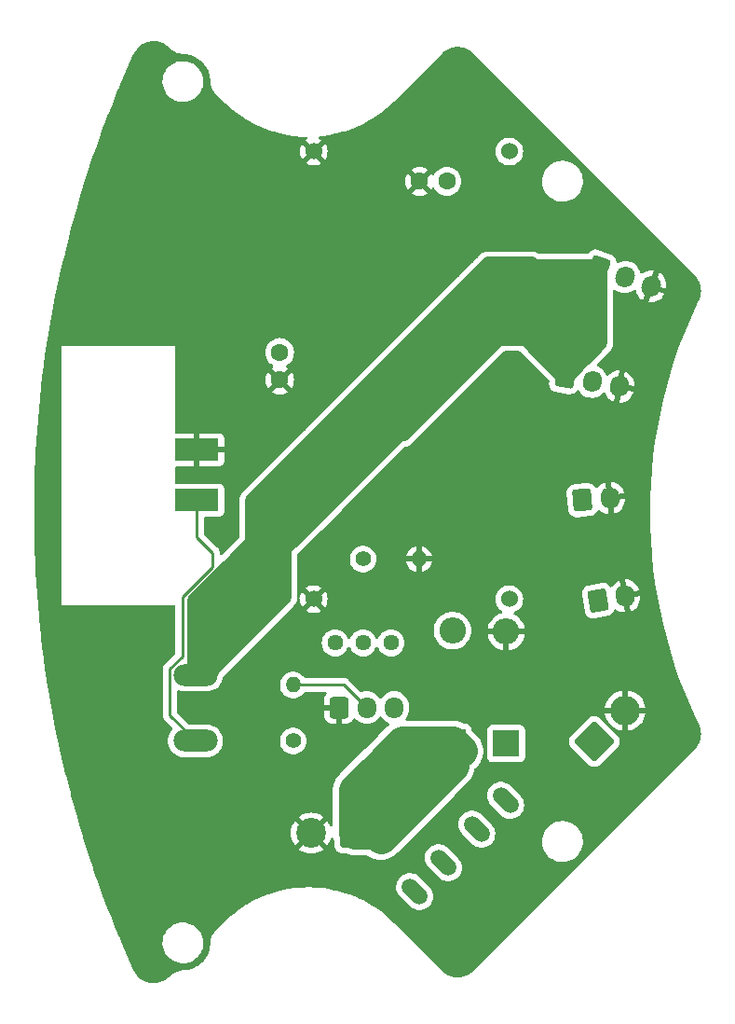
<source format=gbr>
%TF.GenerationSoftware,KiCad,Pcbnew,7.0.9*%
%TF.CreationDate,2024-07-27T15:43:32+09:00*%
%TF.ProjectId,____,fb90fa7f-2e6b-4696-9361-645f70636258,rev?*%
%TF.SameCoordinates,Original*%
%TF.FileFunction,Copper,L2,Bot*%
%TF.FilePolarity,Positive*%
%FSLAX46Y46*%
G04 Gerber Fmt 4.6, Leading zero omitted, Abs format (unit mm)*
G04 Created by KiCad (PCBNEW 7.0.9) date 2024-07-27 15:43:32*
%MOMM*%
%LPD*%
G01*
G04 APERTURE LIST*
G04 Aperture macros list*
%AMRoundRect*
0 Rectangle with rounded corners*
0 $1 Rounding radius*
0 $2 $3 $4 $5 $6 $7 $8 $9 X,Y pos of 4 corners*
0 Add a 4 corners polygon primitive as box body*
4,1,4,$2,$3,$4,$5,$6,$7,$8,$9,$2,$3,0*
0 Add four circle primitives for the rounded corners*
1,1,$1+$1,$2,$3*
1,1,$1+$1,$4,$5*
1,1,$1+$1,$6,$7*
1,1,$1+$1,$8,$9*
0 Add four rect primitives between the rounded corners*
20,1,$1+$1,$2,$3,$4,$5,0*
20,1,$1+$1,$4,$5,$6,$7,0*
20,1,$1+$1,$6,$7,$8,$9,0*
20,1,$1+$1,$8,$9,$2,$3,0*%
%AMHorizOval*
0 Thick line with rounded ends*
0 $1 width*
0 $2 $3 position (X,Y) of the first rounded end (center of the circle)*
0 $4 $5 position (X,Y) of the second rounded end (center of the circle)*
0 Add line between two ends*
20,1,$1,$2,$3,$4,$5,0*
0 Add two circle primitives to create the rounded ends*
1,1,$1,$2,$3*
1,1,$1,$4,$5*%
G04 Aperture macros list end*
%TA.AperFunction,ComponentPad*%
%ADD10RoundRect,0.250000X-0.716780X-0.609797X0.464990X-0.818175X0.716780X0.609797X-0.464990X0.818175X0*%
%TD*%
%TA.AperFunction,ComponentPad*%
%ADD11HorizOval,1.700000X-0.021706X-0.123101X0.021706X0.123101X0*%
%TD*%
%TA.AperFunction,ComponentPad*%
%ADD12R,2.400000X2.400000*%
%TD*%
%TA.AperFunction,ComponentPad*%
%ADD13O,2.400000X2.400000*%
%TD*%
%TA.AperFunction,ComponentPad*%
%ADD14C,1.600000*%
%TD*%
%TA.AperFunction,ComponentPad*%
%ADD15C,1.400000*%
%TD*%
%TA.AperFunction,ComponentPad*%
%ADD16O,1.400000X1.400000*%
%TD*%
%TA.AperFunction,ComponentPad*%
%ADD17HorizOval,1.500000X-0.424264X0.424264X0.424264X-0.424264X0*%
%TD*%
%TA.AperFunction,ComponentPad*%
%ADD18RoundRect,0.250000X-0.460649X-0.842795X0.721121X-0.634417X0.460649X0.842795X-0.721121X0.634417X0*%
%TD*%
%TA.AperFunction,ComponentPad*%
%ADD19HorizOval,1.700000X-0.026047X0.147721X0.026047X-0.147721X0*%
%TD*%
%TA.AperFunction,ComponentPad*%
%ADD20RoundRect,0.250001X1.099999X1.099999X-1.099999X1.099999X-1.099999X-1.099999X1.099999X-1.099999X0*%
%TD*%
%TA.AperFunction,ComponentPad*%
%ADD21C,2.700000*%
%TD*%
%TA.AperFunction,ComponentPad*%
%ADD22C,1.440000*%
%TD*%
%TA.AperFunction,SMDPad,CuDef*%
%ADD23R,4.000000X2.000000*%
%TD*%
%TA.AperFunction,ComponentPad*%
%ADD24RoundRect,0.250000X-0.600000X-0.725000X0.600000X-0.725000X0.600000X0.725000X-0.600000X0.725000X0*%
%TD*%
%TA.AperFunction,ComponentPad*%
%ADD25O,1.700000X1.950000*%
%TD*%
%TA.AperFunction,ComponentPad*%
%ADD26RoundRect,0.250000X-0.532350X-0.799439X0.663084X-0.694853X0.532350X0.799439X-0.663084X0.694853X0*%
%TD*%
%TA.AperFunction,ComponentPad*%
%ADD27HorizOval,1.700000X-0.013073X0.149429X0.013073X-0.149429X0*%
%TD*%
%TA.AperFunction,ComponentPad*%
%ADD28RoundRect,0.250001X0.000000X-1.555634X1.555634X0.000000X0.000000X1.555634X-1.555634X0.000000X0*%
%TD*%
%TA.AperFunction,ComponentPad*%
%ADD29O,4.000000X2.000000*%
%TD*%
%TA.AperFunction,ComponentPad*%
%ADD30RoundRect,0.250000X-0.811780X-0.476065X0.315851X-0.886489X0.811780X0.476065X-0.315851X0.886489X0*%
%TD*%
%TA.AperFunction,ComponentPad*%
%ADD31HorizOval,1.700000X-0.042753X-0.117462X0.042753X0.117462X0*%
%TD*%
%TA.AperFunction,ComponentPad*%
%ADD32C,1.524000*%
%TD*%
%TA.AperFunction,ViaPad*%
%ADD33C,0.800000*%
%TD*%
%TA.AperFunction,Conductor*%
%ADD34C,1.500000*%
%TD*%
%TA.AperFunction,Conductor*%
%ADD35C,0.250000*%
%TD*%
%TA.AperFunction,Conductor*%
%ADD36C,3.000000*%
%TD*%
G04 APERTURE END LIST*
D10*
%TO.P,J2,1,Pin_1*%
%TO.N,+12V*%
X137737981Y-66015880D03*
D11*
%TO.P,J2,2,Pin_2*%
%TO.N,unconnected-(J2-Pin_2-Pad2)*%
X140200000Y-66450000D03*
%TO.P,J2,3,Pin_3*%
%TO.N,GND*%
X142662020Y-66884121D03*
%TD*%
D12*
%TO.P,D2,1,K*%
%TO.N,+48V*%
X127500000Y-99210000D03*
D13*
%TO.P,D2,2,A*%
%TO.N,Net-(D2-A)*%
X127500000Y-89050000D03*
%TD*%
D14*
%TO.P,C2,1*%
%TO.N,+12V*%
X127000000Y-48260000D03*
%TO.P,C2,2*%
%TO.N,GND*%
X124500000Y-48260000D03*
%TD*%
%TO.P,C3,1*%
%TO.N,+5V*%
X111800000Y-63800000D03*
%TO.P,C3,2*%
%TO.N,GND*%
X111800000Y-66300000D03*
%TD*%
D15*
%TO.P,R1,1*%
%TO.N,+12V*%
X113030000Y-99060000D03*
D16*
%TO.P,R1,2*%
%TO.N,Net-(U1-ON{slash}OFF_CTRL)*%
X113030000Y-93980000D03*
%TD*%
D17*
%TO.P,F1,1*%
%TO.N,Net-(BT1-+)*%
X132336574Y-104463425D03*
X129720279Y-107079720D03*
%TO.P,F1,2*%
%TO.N,Net-(D1-K)*%
X126679720Y-110120279D03*
X124063425Y-112736574D03*
%TD*%
D18*
%TO.P,J5,1,Pin_1*%
%TO.N,+5V*%
X140737981Y-86334120D03*
D19*
%TO.P,J5,2,Pin_2*%
%TO.N,GND*%
X143200000Y-85900000D03*
%TD*%
D20*
%TO.P,J3,1,Pin_1*%
%TO.N,+48V*%
X118618000Y-107442000D03*
D21*
%TO.P,J3,2,Pin_2*%
%TO.N,GND*%
X114658000Y-107442000D03*
%TD*%
D22*
%TO.P,RV1,1,1*%
%TO.N,Net-(R2-Pad1)*%
X116840000Y-90170000D03*
%TO.P,RV1,2,2*%
X119380000Y-90170000D03*
%TO.P,RV1,3,3*%
%TO.N,Net-(U1-TRIM)*%
X121920000Y-90170000D03*
%TD*%
D23*
%TO.P,MES1,1,-*%
%TO.N,GND*%
X104281000Y-72644000D03*
%TO.P,MES1,2,+*%
%TO.N,Net-(D1-K)*%
X104281000Y-77216000D03*
%TD*%
D24*
%TO.P,SW2,1*%
%TO.N,GND*%
X117210000Y-96040000D03*
D25*
%TO.P,SW2,2*%
%TO.N,Net-(U1-ON{slash}OFF_CTRL)*%
X119710000Y-96040000D03*
%TO.P,SW2,3*%
%TO.N,N/C*%
X122210000Y-96040000D03*
%TD*%
D12*
%TO.P,D1,1,K*%
%TO.N,Net-(D1-K)*%
X132390000Y-99300000D03*
D13*
%TO.P,D1,2,A*%
%TO.N,GND*%
X132390000Y-89140000D03*
%TD*%
D26*
%TO.P,J4,1,Pin_1*%
%TO.N,+5V*%
X139309513Y-77217889D03*
D27*
%TO.P,J4,2,Pin_2*%
%TO.N,GND*%
X141800000Y-77000000D03*
%TD*%
D28*
%TO.P,BT1,1,+*%
%TO.N,Net-(BT1-+)*%
X140399857Y-99100143D03*
D21*
%TO.P,BT1,2,-*%
%TO.N,GND*%
X143200000Y-96300000D03*
%TD*%
D15*
%TO.P,R2,1*%
%TO.N,Net-(R2-Pad1)*%
X119380000Y-82550000D03*
D16*
%TO.P,R2,2*%
%TO.N,GND*%
X124460000Y-82550000D03*
%TD*%
D29*
%TO.P,SW1,1*%
%TO.N,Net-(D1-K)*%
X104140000Y-99060000D03*
%TO.P,SW1,2*%
%TO.N,+12V*%
X104140000Y-93060000D03*
%TD*%
D30*
%TO.P,J1,1,Pin_1*%
%TO.N,+12V*%
X140851537Y-56089899D03*
D31*
%TO.P,J1,2,Pin_2*%
%TO.N,unconnected-(J1-Pin_2-Pad2)*%
X143200769Y-56944949D03*
%TO.P,J1,3,Pin_3*%
%TO.N,GND*%
X145550000Y-57800000D03*
%TD*%
D32*
%TO.P,U2,1,IN\uFF0B*%
%TO.N,+12V*%
X132670000Y-45560000D03*
%TO.P,U2,2,IN\uFF0D*%
%TO.N,GND*%
X114890000Y-45560000D03*
%TO.P,U2,3,OUT\uFF0B*%
%TO.N,Net-(D2-A)*%
X132670000Y-86200000D03*
%TO.P,U2,4,OUT\uFF0D*%
%TO.N,GND*%
X114890000Y-86200000D03*
%TD*%
D33*
%TO.N,GND*%
X107950000Y-73660000D03*
X125730000Y-43180000D03*
X142550000Y-63825000D03*
X120650000Y-43180000D03*
X134325000Y-102425000D03*
X147425000Y-55775000D03*
X142600000Y-83400000D03*
X128270000Y-39370000D03*
X118500000Y-55650000D03*
X111675000Y-108125000D03*
X127000000Y-80010000D03*
X124460000Y-77470000D03*
X139700000Y-72390000D03*
X104540000Y-67450000D03*
X93980000Y-88900000D03*
X125730000Y-57150000D03*
X129540000Y-41910000D03*
X125730000Y-40640000D03*
X111450000Y-92725000D03*
X123425000Y-108925000D03*
X140970000Y-50800000D03*
%TD*%
D34*
%TO.N,+12V*%
X123010000Y-68400000D02*
X122555000Y-67945000D01*
X138016436Y-58925000D02*
X140851537Y-58925000D01*
X130175000Y-61595000D02*
X129540000Y-62230000D01*
X111485000Y-82275000D02*
X112140000Y-81620000D01*
X109380000Y-82390000D02*
X107590000Y-84180000D01*
X134620000Y-60960000D02*
X133170000Y-60960000D01*
X104140000Y-89620000D02*
X106045000Y-91525000D01*
X140851537Y-61675000D02*
X136415000Y-61675000D01*
X130600101Y-56089899D02*
X130175000Y-56515000D01*
X120650000Y-69850000D02*
X119380000Y-71120000D01*
X111485000Y-83820000D02*
X109940000Y-83820000D01*
X137200000Y-58308218D02*
X136375000Y-58308218D01*
X111125000Y-86995000D02*
X111125000Y-84455000D01*
X140851537Y-56089899D02*
X139195718Y-57745718D01*
X140612282Y-62663069D02*
X136323069Y-62663069D01*
X118110000Y-73660000D02*
X116840000Y-74930000D01*
X117475000Y-73025000D02*
X116422000Y-74078000D01*
X127000000Y-60325000D02*
X127000000Y-60960000D01*
X107950000Y-90170000D02*
X109220000Y-88900000D01*
X111125000Y-84455000D02*
X109220000Y-86360000D01*
X107590000Y-84180000D02*
X107590000Y-86000000D01*
X135981436Y-60960000D02*
X135700000Y-60960000D01*
X135778218Y-58308218D02*
X134620000Y-57150000D01*
X118290000Y-68400000D02*
X118110000Y-68580000D01*
X134620000Y-57150000D02*
X132080000Y-59690000D01*
X114935000Y-73025000D02*
X114300000Y-73660000D01*
X132080000Y-59690000D02*
X130175000Y-61595000D01*
X123190000Y-64770000D02*
X121920000Y-64770000D01*
X140851537Y-56089899D02*
X138300000Y-56089899D01*
X136566436Y-60375000D02*
X135981436Y-60960000D01*
X106045000Y-84455000D02*
X107590000Y-82910000D01*
X109220000Y-81280000D02*
X107950000Y-82550000D01*
X107675000Y-88900000D02*
X107675000Y-89175000D01*
X137200000Y-58308218D02*
X137200000Y-56239899D01*
X104140000Y-86360000D02*
X105410000Y-85090000D01*
X107675000Y-86085000D02*
X107675000Y-87630000D01*
X127635000Y-61595000D02*
X126365000Y-60325000D01*
X132080000Y-58420000D02*
X128270000Y-58420000D01*
X140851537Y-60375000D02*
X136566436Y-60375000D01*
X134620000Y-58550000D02*
X134620000Y-59690000D01*
X107040000Y-89260000D02*
X107315000Y-89535000D01*
X140572255Y-57745718D02*
X140851537Y-58025000D01*
X105410000Y-91440000D02*
X106045000Y-92075000D01*
X130810000Y-55880000D02*
X134620000Y-55880000D01*
X134620000Y-62425000D02*
X134620000Y-60960000D01*
X105770000Y-87990000D02*
X107040000Y-86720000D01*
X140851537Y-61675000D02*
X140851537Y-62902324D01*
X138300000Y-56089899D02*
X137350000Y-56089899D01*
X140851537Y-58925000D02*
X140851537Y-60375000D01*
X118110000Y-73660000D02*
X114300000Y-73660000D01*
X106045000Y-85725000D02*
X107040000Y-86720000D01*
X111760000Y-86360000D02*
X111485000Y-86085000D01*
X123190000Y-64770000D02*
X122555000Y-64135000D01*
X134620000Y-62897898D02*
X134620000Y-62425000D01*
X109380000Y-77310000D02*
X110490000Y-76200000D01*
X124460000Y-66040000D02*
X120650000Y-66040000D01*
X104140000Y-89620000D02*
X105135000Y-88625000D01*
X107590000Y-84180000D02*
X107040000Y-84180000D01*
X131445000Y-57785000D02*
X128905000Y-57785000D01*
X124460000Y-62230000D02*
X123825000Y-62865000D01*
X118745000Y-71755000D02*
X114935000Y-71755000D01*
X140851537Y-62902324D02*
X139814431Y-63939431D01*
X129540000Y-62230000D02*
X125730000Y-62230000D01*
X135215718Y-56349181D02*
X135475000Y-56089899D01*
X108945000Y-88900000D02*
X107675000Y-87630000D01*
X105135000Y-88625000D02*
X107315000Y-90805000D01*
X107675000Y-89175000D02*
X107315000Y-89535000D01*
X122555000Y-67945000D02*
X120650000Y-69850000D01*
X123370000Y-68400000D02*
X118110000Y-73660000D01*
X127000000Y-64770000D02*
X125730000Y-66040000D01*
X120650000Y-69850000D02*
X116840000Y-69850000D01*
X110490000Y-80010000D02*
X109700000Y-80800000D01*
X137245718Y-59695718D02*
X135981436Y-60960000D01*
X137245718Y-59695718D02*
X134625718Y-59695718D01*
X105410000Y-87630000D02*
X105770000Y-87990000D01*
X119380000Y-67310000D02*
X120650000Y-66040000D01*
X125730000Y-62230000D02*
X125730000Y-63500000D01*
X121920000Y-64770000D02*
X122555000Y-64135000D01*
X140851537Y-62902324D02*
X140612282Y-62663069D01*
X133170000Y-59690000D02*
X123010000Y-69850000D01*
X125730000Y-63500000D02*
X125095000Y-64135000D01*
X136375000Y-56989899D02*
X135475000Y-56089899D01*
X109220000Y-86360000D02*
X110490000Y-87630000D01*
X135215718Y-57745718D02*
X135215718Y-56349181D01*
X109380000Y-82390000D02*
X109380000Y-77310000D01*
X135661533Y-63939431D02*
X134620000Y-62897898D01*
X111485000Y-86085000D02*
X111485000Y-83820000D01*
X114300000Y-76200000D02*
X113030000Y-77470000D01*
X132715000Y-56515000D02*
X130175000Y-56515000D01*
X107040000Y-86720000D02*
X107675000Y-86085000D01*
X123370000Y-68400000D02*
X118290000Y-68400000D01*
X109700000Y-80800000D02*
X109220000Y-81280000D01*
X139195718Y-57745718D02*
X135215718Y-57745718D01*
X107675000Y-87630000D02*
X107675000Y-88900000D01*
X132080000Y-60357899D02*
X132080000Y-59690000D01*
X138070718Y-58870718D02*
X137245718Y-59695718D01*
X136415000Y-61675000D02*
X135700000Y-60960000D01*
X106045000Y-85725000D02*
X105410000Y-86360000D01*
X116840000Y-74930000D02*
X113030000Y-74930000D01*
X130175000Y-56515000D02*
X130810000Y-55880000D01*
X137350000Y-56089899D02*
X135475000Y-56089899D01*
X115570000Y-76200000D02*
X110490000Y-76200000D01*
X136323069Y-64526931D02*
X136323069Y-62663069D01*
X114300000Y-73660000D02*
X113030000Y-74930000D01*
X116840000Y-74930000D02*
X115570000Y-76200000D01*
X131705000Y-62425000D02*
X131452500Y-62677500D01*
X139226931Y-64526931D02*
X136323069Y-64526931D01*
X128905000Y-60325000D02*
X127000000Y-60325000D01*
X125730000Y-66040000D02*
X124460000Y-66040000D01*
X106045000Y-84455000D02*
X107315000Y-85725000D01*
X134620000Y-55880000D02*
X134620000Y-57150000D01*
X119380000Y-71120000D02*
X118745000Y-71755000D01*
X138070718Y-58870718D02*
X134940718Y-58870718D01*
X113030000Y-77470000D02*
X111125000Y-77470000D01*
X107675000Y-86085000D02*
X109855000Y-88265000D01*
X139814431Y-63939431D02*
X139226931Y-64526931D01*
X116840000Y-71120000D02*
X116205000Y-70485000D01*
X133985000Y-56515000D02*
X133350000Y-57150000D01*
X138633218Y-58308218D02*
X137200000Y-58308218D01*
X134620000Y-59690000D02*
X133170000Y-59690000D01*
X136323069Y-64526931D02*
X136286051Y-64563949D01*
X113030000Y-77470000D02*
X110490000Y-80010000D01*
X134620000Y-55880000D02*
X107590000Y-82910000D01*
X138633218Y-58308218D02*
X138633218Y-56423117D01*
X106045000Y-91525000D02*
X106045000Y-92075000D01*
X136323069Y-62663069D02*
X134620000Y-60960000D01*
X137200000Y-56239899D02*
X137350000Y-56089899D01*
X105410000Y-85090000D02*
X106680000Y-85090000D01*
X104140000Y-93060000D02*
X104140000Y-86360000D01*
X107590000Y-86000000D02*
X107675000Y-86085000D01*
X139226931Y-64526931D02*
X137737981Y-66015880D01*
X110490000Y-87630000D02*
X111760000Y-86360000D01*
X111485000Y-83820000D02*
X111485000Y-82275000D01*
X105410000Y-85090000D02*
X106045000Y-84455000D01*
X109220000Y-88900000D02*
X108945000Y-88900000D01*
X127000000Y-60325000D02*
X126365000Y-60325000D01*
X106045000Y-92075000D02*
X107315000Y-90805000D01*
X139195718Y-57745718D02*
X138633218Y-58308218D01*
X125730000Y-66040000D02*
X123370000Y-68400000D01*
X123010000Y-69850000D02*
X123010000Y-68400000D01*
X126365000Y-60325000D02*
X127635000Y-59055000D01*
X109220000Y-88900000D02*
X109855000Y-88265000D01*
X132080000Y-58420000D02*
X123190000Y-67310000D01*
X128270000Y-58420000D02*
X128905000Y-57785000D01*
X135475000Y-56089899D02*
X130600101Y-56089899D01*
X134620000Y-57150000D02*
X134620000Y-58550000D01*
X123010000Y-71120000D02*
X123010000Y-69850000D01*
X111760000Y-74930000D02*
X114935000Y-71755000D01*
X139195718Y-57745718D02*
X140572255Y-57745718D01*
X118110000Y-68580000D02*
X119380000Y-67310000D01*
X133985000Y-56515000D02*
X114300000Y-76200000D01*
X133350000Y-57150000D02*
X132715000Y-56515000D01*
X134620000Y-62425000D02*
X131705000Y-62425000D01*
X109940000Y-83820000D02*
X109220000Y-84540000D01*
X105410000Y-85090000D02*
X106045000Y-85725000D01*
X107315000Y-90805000D02*
X107950000Y-90170000D01*
X125095000Y-64135000D02*
X124460000Y-63500000D01*
X119380000Y-71120000D02*
X117475000Y-73025000D01*
X123190000Y-63500000D02*
X123825000Y-62865000D01*
X112140000Y-85980000D02*
X112140000Y-81620000D01*
X124460000Y-63500000D02*
X123190000Y-63500000D01*
X132715000Y-56515000D02*
X131445000Y-57785000D01*
X104140000Y-93060000D02*
X104140000Y-91440000D01*
X109220000Y-84540000D02*
X111485000Y-82275000D01*
X135700000Y-60960000D02*
X133170000Y-60960000D01*
X128270000Y-59690000D02*
X127635000Y-59055000D01*
X107315000Y-89535000D02*
X107950000Y-90170000D01*
X123190000Y-67310000D02*
X119380000Y-67310000D01*
X127000000Y-64770000D02*
X123190000Y-64770000D01*
X116205000Y-70485000D02*
X116840000Y-69850000D01*
X129540000Y-62230000D02*
X127635000Y-64135000D01*
X137245718Y-59695718D02*
X138016436Y-58925000D01*
X105060000Y-93060000D02*
X106045000Y-92075000D01*
X130175000Y-61595000D02*
X127635000Y-61595000D01*
X104140000Y-86360000D02*
X105410000Y-87630000D01*
X135215718Y-57745718D02*
X134620000Y-57150000D01*
X105410000Y-86360000D02*
X105410000Y-87630000D01*
X133350000Y-57150000D02*
X132080000Y-58420000D01*
X117475000Y-73025000D02*
X114935000Y-73025000D01*
X135661533Y-63939431D02*
X135298551Y-63576449D01*
X111125000Y-86995000D02*
X110490000Y-86360000D01*
X127635000Y-59055000D02*
X128270000Y-58420000D01*
X128905000Y-57785000D02*
X129540000Y-57150000D01*
X107315000Y-85725000D02*
X107590000Y-86000000D01*
X123370000Y-68400000D02*
X123010000Y-68400000D01*
X124460000Y-66040000D02*
X123190000Y-64770000D01*
X109220000Y-88900000D02*
X107675000Y-88900000D01*
X111485000Y-83820000D02*
X111485000Y-84095000D01*
X111485000Y-84095000D02*
X111125000Y-84455000D01*
X104140000Y-93060000D02*
X105060000Y-93060000D01*
X132080000Y-59690000D02*
X128270000Y-59690000D01*
X123825000Y-62865000D02*
X126365000Y-60325000D01*
X131452500Y-62677500D02*
X123010000Y-71120000D01*
X134940718Y-58870718D02*
X134620000Y-58550000D01*
X106680000Y-85090000D02*
X107315000Y-85725000D01*
X133170000Y-60960000D02*
X131452500Y-62677500D01*
X110490000Y-86360000D02*
X109220000Y-86360000D01*
X136375000Y-58308218D02*
X136375000Y-56989899D01*
X130175000Y-61595000D02*
X128905000Y-60325000D01*
X136286051Y-64563949D02*
X135298551Y-63576449D01*
X110490000Y-80010000D02*
X110490000Y-76200000D01*
X114935000Y-71755000D02*
X116205000Y-70485000D01*
X127000000Y-60960000D02*
X125730000Y-62230000D01*
X127635000Y-64135000D02*
X125095000Y-64135000D01*
X135298551Y-63576449D02*
X132080000Y-60357899D01*
X134620000Y-59690000D02*
X134620000Y-60960000D01*
X104140000Y-91440000D02*
X105410000Y-91440000D01*
X129540000Y-57150000D02*
X130175000Y-56515000D01*
X110490000Y-87630000D02*
X111125000Y-86995000D01*
X137737981Y-66015880D02*
X136286051Y-64563949D01*
X107675000Y-86085000D02*
X109220000Y-84540000D01*
X105135000Y-88625000D02*
X105770000Y-87990000D01*
X114660000Y-79100000D02*
X125270000Y-68490000D01*
X107040000Y-86720000D02*
X107040000Y-89260000D01*
X111760000Y-86360000D02*
X112140000Y-85980000D01*
X104140000Y-91440000D02*
X104140000Y-89620000D01*
X134620000Y-55880000D02*
X133985000Y-56515000D01*
X111400000Y-79100000D02*
X114300000Y-76200000D01*
X110490000Y-76200000D02*
X111760000Y-74930000D01*
X119380000Y-71120000D02*
X116840000Y-71120000D01*
X112140000Y-81620000D02*
X114660000Y-79100000D01*
X134625718Y-59695718D02*
X134620000Y-59690000D01*
X127635000Y-64135000D02*
X127000000Y-64770000D01*
X123190000Y-67310000D02*
X122555000Y-67945000D01*
X109220000Y-84540000D02*
X107590000Y-82910000D01*
X115570000Y-76200000D02*
X109380000Y-82390000D01*
X140851537Y-60375000D02*
X140851537Y-61675000D01*
X116840000Y-69850000D02*
X118110000Y-68580000D01*
X140851537Y-56089899D02*
X140851537Y-58025000D01*
X113030000Y-74930000D02*
X111760000Y-74930000D01*
X140851537Y-58025000D02*
X140851537Y-58925000D01*
X105770000Y-87990000D02*
X107315000Y-89535000D01*
X138633218Y-58308218D02*
X138070718Y-58870718D01*
X136375000Y-58308218D02*
X135778218Y-58308218D01*
X139814431Y-63939431D02*
X135661533Y-63939431D01*
X125095000Y-64135000D02*
X123825000Y-62865000D01*
X138633218Y-56423117D02*
X138300000Y-56089899D01*
X133350000Y-57150000D02*
X129540000Y-57150000D01*
X109855000Y-88265000D02*
X110490000Y-87630000D01*
X120650000Y-66040000D02*
X121920000Y-64770000D01*
X125730000Y-62230000D02*
X124460000Y-62230000D01*
X122555000Y-64135000D02*
X123190000Y-63500000D01*
D35*
%TO.N,Net-(D1-K)*%
X105720000Y-81970000D02*
X105720000Y-83259720D01*
X105720000Y-83259720D02*
X102954459Y-86025261D01*
X102954459Y-91371708D02*
X101815000Y-92511167D01*
X104281000Y-77216000D02*
X104281000Y-80531000D01*
X101815000Y-92511167D02*
X101815000Y-96735000D01*
X104281000Y-80531000D02*
X105720000Y-81970000D01*
X102954459Y-86025261D02*
X102954459Y-91371708D01*
X101815000Y-96735000D02*
X104140000Y-99060000D01*
%TO.N,Net-(U1-ON{slash}OFF_CTRL)*%
X119710000Y-96040000D02*
X117650000Y-93980000D01*
X117650000Y-93980000D02*
X113030000Y-93980000D01*
D36*
%TO.N,+48V*%
X120980000Y-107860000D02*
X120562000Y-107442000D01*
X123250000Y-103460000D02*
X120980000Y-101190000D01*
X121620000Y-104110000D02*
X120980000Y-103470000D01*
X122130000Y-100040000D02*
X120980000Y-101190000D01*
X120980000Y-101190000D02*
X118618000Y-103552000D01*
X123430000Y-101340000D02*
X122130000Y-100040000D01*
X120562000Y-107442000D02*
X118618000Y-107442000D01*
X118618000Y-103552000D02*
X118618000Y-107442000D01*
X120726000Y-107442000D02*
X118618000Y-107442000D01*
X120980000Y-101190000D02*
X120980000Y-103470000D01*
X127500000Y-99210000D02*
X127500000Y-101340000D01*
X128290000Y-100000000D02*
X127500000Y-99210000D01*
X127500000Y-99210000D02*
X122960000Y-99210000D01*
X127500000Y-101340000D02*
X123430000Y-101340000D01*
X127500000Y-101340000D02*
X120980000Y-107860000D01*
X120980000Y-107188000D02*
X120980000Y-107860000D01*
X120980000Y-107188000D02*
X120726000Y-107442000D01*
X122960000Y-99210000D02*
X122130000Y-100040000D01*
X120980000Y-103470000D02*
X120980000Y-107188000D01*
%TD*%
%TA.AperFunction,Conductor*%
%TO.N,GND*%
G36*
X100452401Y-35538467D02*
G01*
X100455479Y-35538632D01*
X100584793Y-35548836D01*
X100590122Y-35549492D01*
X100717848Y-35570882D01*
X100845662Y-35597755D01*
X100851433Y-35599262D01*
X100890061Y-35611364D01*
X100975358Y-35638086D01*
X101097792Y-35680806D01*
X101103849Y-35683285D01*
X101222158Y-35739163D01*
X101336756Y-35796540D01*
X101342907Y-35800075D01*
X101454877Y-35873261D01*
X101558297Y-35942908D01*
X101564392Y-35947589D01*
X101683307Y-36051211D01*
X101756679Y-36115714D01*
X101759578Y-36118432D01*
X101764546Y-36123399D01*
X101819785Y-36178795D01*
X101820033Y-36178918D01*
X101823466Y-36182218D01*
X101852955Y-36211677D01*
X101852958Y-36211680D01*
X101911325Y-36257087D01*
X102049385Y-36364494D01*
X102263241Y-36491790D01*
X102491224Y-36591601D01*
X102729819Y-36662388D01*
X102975348Y-36703061D01*
X103049336Y-36706053D01*
X103049404Y-36706076D01*
X103097895Y-36708020D01*
X103101433Y-36708264D01*
X103129372Y-36710989D01*
X103203860Y-36718254D01*
X103389212Y-36737229D01*
X103395910Y-36738289D01*
X103527889Y-36766686D01*
X103680945Y-36801921D01*
X103686887Y-36803607D01*
X103788703Y-36838098D01*
X103820429Y-36848846D01*
X103855513Y-36861673D01*
X103962859Y-36900920D01*
X103968013Y-36903075D01*
X104097829Y-36964399D01*
X104230936Y-37032814D01*
X104235302Y-37035287D01*
X104358449Y-37111812D01*
X104481388Y-37195742D01*
X104484929Y-37198350D01*
X104597943Y-37288016D01*
X104600414Y-37290085D01*
X104710654Y-37387413D01*
X104713462Y-37390051D01*
X104815551Y-37492142D01*
X104818189Y-37494949D01*
X104915503Y-37605173D01*
X104917596Y-37607673D01*
X105007230Y-37720647D01*
X105009866Y-37724226D01*
X105050979Y-37784447D01*
X105093795Y-37847163D01*
X105170311Y-37970298D01*
X105172794Y-37974681D01*
X105241200Y-38107772D01*
X105302519Y-38237576D01*
X105304686Y-38242761D01*
X105323042Y-38292965D01*
X105356754Y-38385173D01*
X105401984Y-38518690D01*
X105403682Y-38524677D01*
X105438922Y-38677751D01*
X105467307Y-38809675D01*
X105468372Y-38816407D01*
X105487318Y-39001463D01*
X105497288Y-39103669D01*
X105497530Y-39107183D01*
X105502509Y-39230256D01*
X105543183Y-39475792D01*
X105543184Y-39475795D01*
X105613971Y-39714388D01*
X105613974Y-39714396D01*
X105713783Y-39942375D01*
X105841083Y-40156235D01*
X105841086Y-40156239D01*
X105849131Y-40166580D01*
X105935081Y-40277059D01*
X105993903Y-40352667D01*
X105993907Y-40352672D01*
X106074737Y-40433583D01*
X106074783Y-40433637D01*
X106081781Y-40440635D01*
X106081782Y-40440636D01*
X106641148Y-41000000D01*
X106641501Y-41000354D01*
X106641501Y-41000353D01*
X106696372Y-41055381D01*
X106696397Y-41055394D01*
X106700020Y-41058871D01*
X106867829Y-41226680D01*
X106867828Y-41226680D01*
X106867834Y-41226685D01*
X107346053Y-41652263D01*
X107346056Y-41652265D01*
X107346059Y-41652268D01*
X107550639Y-41814028D01*
X107848207Y-42049315D01*
X108372598Y-42416498D01*
X108766434Y-42659419D01*
X108783430Y-42670409D01*
X108785323Y-42671070D01*
X108917452Y-42752569D01*
X108917457Y-42752572D01*
X108917459Y-42752573D01*
X109480925Y-43056391D01*
X110061110Y-43326936D01*
X110061114Y-43326937D01*
X110061115Y-43326938D01*
X110656053Y-43563292D01*
X110656052Y-43563292D01*
X111072005Y-43701123D01*
X111263716Y-43764649D01*
X111263720Y-43764650D01*
X111263726Y-43764652D01*
X111882052Y-43930332D01*
X111882064Y-43930334D01*
X111882066Y-43930335D01*
X112509005Y-44059788D01*
X113142409Y-44152568D01*
X113780137Y-44208362D01*
X114219433Y-44221144D01*
X114285869Y-44242769D01*
X114330069Y-44296882D01*
X114337997Y-44366300D01*
X114307136Y-44428985D01*
X114268234Y-44457471D01*
X114256585Y-44462903D01*
X114191812Y-44508257D01*
X114191811Y-44508258D01*
X114862554Y-45179000D01*
X114858431Y-45179000D01*
X114764579Y-45194661D01*
X114652749Y-45255180D01*
X114566629Y-45348731D01*
X114515552Y-45465177D01*
X114509894Y-45533447D01*
X113838258Y-44861811D01*
X113838257Y-44861812D01*
X113792903Y-44926586D01*
X113699579Y-45126720D01*
X113699575Y-45126729D01*
X113642426Y-45340013D01*
X113642424Y-45340023D01*
X113623179Y-45559999D01*
X113623179Y-45560000D01*
X113642424Y-45779976D01*
X113642426Y-45779986D01*
X113699575Y-45993270D01*
X113699580Y-45993284D01*
X113792899Y-46193407D01*
X113792900Y-46193409D01*
X113838258Y-46258187D01*
X114505096Y-45591349D01*
X114505051Y-45591898D01*
X114536266Y-45715162D01*
X114605813Y-45821612D01*
X114706157Y-45899713D01*
X114826422Y-45941000D01*
X114862553Y-45941000D01*
X114191811Y-46611741D01*
X114256582Y-46657094D01*
X114256592Y-46657100D01*
X114456715Y-46750419D01*
X114456729Y-46750424D01*
X114670013Y-46807573D01*
X114670023Y-46807575D01*
X114889999Y-46826821D01*
X114890001Y-46826821D01*
X115109976Y-46807575D01*
X115109986Y-46807573D01*
X115323270Y-46750424D01*
X115323284Y-46750419D01*
X115523408Y-46657100D01*
X115523420Y-46657093D01*
X115588186Y-46611742D01*
X115588187Y-46611740D01*
X114917448Y-45941000D01*
X114921569Y-45941000D01*
X115015421Y-45925339D01*
X115127251Y-45864820D01*
X115213371Y-45771269D01*
X115264448Y-45654823D01*
X115270105Y-45586552D01*
X115941740Y-46258187D01*
X115941742Y-46258186D01*
X115987093Y-46193420D01*
X115987100Y-46193408D01*
X116080419Y-45993284D01*
X116080424Y-45993270D01*
X116137573Y-45779986D01*
X116137575Y-45779976D01*
X116156821Y-45560002D01*
X131402677Y-45560002D01*
X131421929Y-45780062D01*
X131421930Y-45780070D01*
X131479104Y-45993445D01*
X131479105Y-45993447D01*
X131479106Y-45993450D01*
X131572347Y-46193407D01*
X131572466Y-46193662D01*
X131572468Y-46193666D01*
X131699170Y-46374615D01*
X131699175Y-46374621D01*
X131855378Y-46530824D01*
X131855384Y-46530829D01*
X132036333Y-46657531D01*
X132036335Y-46657532D01*
X132036338Y-46657534D01*
X132236550Y-46750894D01*
X132449932Y-46808070D01*
X132607123Y-46821822D01*
X132669998Y-46827323D01*
X132670000Y-46827323D01*
X132670002Y-46827323D01*
X132725017Y-46822509D01*
X132890068Y-46808070D01*
X133103450Y-46750894D01*
X133303662Y-46657534D01*
X133484620Y-46530826D01*
X133640826Y-46374620D01*
X133767534Y-46193662D01*
X133860894Y-45993450D01*
X133918070Y-45780068D01*
X133937323Y-45560000D01*
X133934532Y-45528102D01*
X133923748Y-45404838D01*
X133918070Y-45339932D01*
X133860894Y-45126550D01*
X133767534Y-44926339D01*
X133640826Y-44745380D01*
X133484620Y-44589174D01*
X133484616Y-44589171D01*
X133484615Y-44589170D01*
X133303666Y-44462468D01*
X133303662Y-44462466D01*
X133231861Y-44428985D01*
X133103450Y-44369106D01*
X133103447Y-44369105D01*
X133103445Y-44369104D01*
X132890070Y-44311930D01*
X132890062Y-44311929D01*
X132670002Y-44292677D01*
X132669998Y-44292677D01*
X132449937Y-44311929D01*
X132449929Y-44311930D01*
X132236554Y-44369104D01*
X132236548Y-44369107D01*
X132036340Y-44462465D01*
X132036338Y-44462466D01*
X131855377Y-44589175D01*
X131699175Y-44745377D01*
X131572466Y-44926338D01*
X131572465Y-44926340D01*
X131479107Y-45126548D01*
X131479104Y-45126554D01*
X131421930Y-45339929D01*
X131421929Y-45339937D01*
X131402677Y-45559997D01*
X131402677Y-45560002D01*
X116156821Y-45560002D01*
X116156821Y-45560000D01*
X116156821Y-45559999D01*
X116137575Y-45340023D01*
X116137573Y-45340013D01*
X116080424Y-45126729D01*
X116080420Y-45126720D01*
X115987098Y-44926590D01*
X115941740Y-44861811D01*
X115274903Y-45528648D01*
X115274949Y-45528102D01*
X115243734Y-45404838D01*
X115174187Y-45298388D01*
X115073843Y-45220287D01*
X114953578Y-45179000D01*
X114917447Y-45179000D01*
X115588187Y-44508258D01*
X115523410Y-44462900D01*
X115409977Y-44410006D01*
X115357538Y-44363834D01*
X115338386Y-44296640D01*
X115358602Y-44229759D01*
X115411767Y-44184424D01*
X115451570Y-44174097D01*
X115697650Y-44152568D01*
X116331055Y-44059788D01*
X116452935Y-44034621D01*
X116957991Y-43930337D01*
X117576334Y-43764652D01*
X117576339Y-43764650D01*
X117576344Y-43764649D01*
X117768057Y-43701122D01*
X118184007Y-43563292D01*
X118184006Y-43563292D01*
X118778944Y-43326939D01*
X118778944Y-43326938D01*
X118778949Y-43326937D01*
X119359134Y-43056392D01*
X119359138Y-43056390D01*
X119922602Y-42752573D01*
X119922607Y-42752570D01*
X120054722Y-42671079D01*
X120056229Y-42670667D01*
X120073578Y-42659449D01*
X120467461Y-42416499D01*
X120991853Y-42049316D01*
X121494007Y-41652264D01*
X121972225Y-41226685D01*
X122186568Y-41012340D01*
X122186576Y-41012335D01*
X122198486Y-41000424D01*
X122198488Y-41000424D01*
X126556099Y-36642812D01*
X126559030Y-36640068D01*
X126620650Y-36586028D01*
X126758302Y-36466752D01*
X126764421Y-36462086D01*
X126863086Y-36396160D01*
X126911918Y-36364778D01*
X126987213Y-36316388D01*
X126993284Y-36312954D01*
X127106113Y-36257312D01*
X127234524Y-36198671D01*
X127240299Y-36196379D01*
X127362252Y-36154981D01*
X127495584Y-36115832D01*
X127500913Y-36114523D01*
X127627196Y-36089404D01*
X127630360Y-36088861D01*
X127765544Y-36069425D01*
X127770275Y-36068930D01*
X127842171Y-36064218D01*
X127899259Y-36060477D01*
X127903314Y-36060344D01*
X128039451Y-36060344D01*
X128043506Y-36060477D01*
X128110412Y-36064861D01*
X128172486Y-36068930D01*
X128177222Y-36069425D01*
X128312392Y-36088860D01*
X128315581Y-36089406D01*
X128441840Y-36114521D01*
X128447190Y-36115835D01*
X128580526Y-36154986D01*
X128702451Y-36196374D01*
X128708254Y-36198677D01*
X128815075Y-36247460D01*
X128836701Y-36257337D01*
X128949460Y-36312943D01*
X128955540Y-36316381D01*
X129079706Y-36396177D01*
X129178318Y-36462068D01*
X129184480Y-36466767D01*
X129322267Y-36586160D01*
X129328471Y-36591601D01*
X129383702Y-36640038D01*
X129386664Y-36642812D01*
X149508456Y-56764602D01*
X149511070Y-56767384D01*
X149557894Y-56820398D01*
X149676991Y-56957122D01*
X149681426Y-56962859D01*
X149744102Y-57054533D01*
X149822655Y-57174679D01*
X149825875Y-57180206D01*
X149880258Y-57285720D01*
X149938724Y-57409430D01*
X149940867Y-57414542D01*
X149982363Y-57527485D01*
X149983325Y-57530311D01*
X150023206Y-57657450D01*
X150024435Y-57661958D01*
X150029218Y-57682541D01*
X150051902Y-57780169D01*
X150052654Y-57783933D01*
X150074612Y-57914669D01*
X150075130Y-57918471D01*
X150087789Y-58039146D01*
X150088102Y-58043828D01*
X150091945Y-58177015D01*
X150091960Y-58179999D01*
X150089640Y-58300310D01*
X150089285Y-58305843D01*
X150074443Y-58441864D01*
X150057517Y-58559345D01*
X150056279Y-58565620D01*
X150021287Y-58704849D01*
X149991998Y-58811980D01*
X149989683Y-58818845D01*
X149922840Y-58984422D01*
X149894713Y-59052718D01*
X149893142Y-59056220D01*
X149613236Y-59631875D01*
X149085391Y-60803250D01*
X148591969Y-61989536D01*
X148133389Y-63189721D01*
X147710042Y-64402783D01*
X147322290Y-65627686D01*
X146970462Y-66863387D01*
X146654859Y-68108833D01*
X146375749Y-69362962D01*
X146133371Y-70624704D01*
X145927931Y-71892984D01*
X145759605Y-73166721D01*
X145628536Y-74444830D01*
X145534835Y-75726220D01*
X145478582Y-77009799D01*
X145459826Y-78294474D01*
X145478582Y-79579148D01*
X145534835Y-80862727D01*
X145628536Y-82144117D01*
X145759606Y-83422226D01*
X145927932Y-84695963D01*
X146133372Y-85964243D01*
X146375750Y-87225985D01*
X146654860Y-88480114D01*
X146970464Y-89725561D01*
X147230079Y-90637387D01*
X147322292Y-90961261D01*
X147710044Y-92186164D01*
X148133391Y-93399225D01*
X148591972Y-94599410D01*
X149085394Y-95785696D01*
X149613239Y-96957072D01*
X149893232Y-97532904D01*
X149893307Y-97533057D01*
X149894878Y-97536562D01*
X149921791Y-97601914D01*
X149989706Y-97770110D01*
X149992023Y-97776980D01*
X150021299Y-97884070D01*
X150056293Y-98023313D01*
X150057530Y-98029589D01*
X150074452Y-98147064D01*
X150089293Y-98283115D01*
X150089648Y-98288647D01*
X150091966Y-98408917D01*
X150091951Y-98411902D01*
X150088104Y-98545116D01*
X150087791Y-98549796D01*
X150075134Y-98670445D01*
X150074616Y-98674249D01*
X150052647Y-98805026D01*
X150051894Y-98808788D01*
X150024436Y-98926954D01*
X150023202Y-98931480D01*
X149983312Y-99058641D01*
X149982351Y-99061467D01*
X149940864Y-99174378D01*
X149938721Y-99179492D01*
X149880232Y-99303244D01*
X149825869Y-99408715D01*
X149822649Y-99414242D01*
X149744066Y-99534429D01*
X149681403Y-99626082D01*
X149676972Y-99631813D01*
X149559832Y-99766315D01*
X149510756Y-99821876D01*
X149508127Y-99824673D01*
X129386674Y-119946124D01*
X129383712Y-119948898D01*
X129322149Y-120002887D01*
X129184481Y-120122177D01*
X129178319Y-120126877D01*
X129079681Y-120192785D01*
X128955562Y-120272551D01*
X128949459Y-120276002D01*
X128836682Y-120331619D01*
X128708265Y-120390264D01*
X128702436Y-120392577D01*
X128580521Y-120433962D01*
X128563190Y-120439051D01*
X128447213Y-120473104D01*
X128441840Y-120474424D01*
X128315610Y-120499534D01*
X128312336Y-120500095D01*
X128177227Y-120519520D01*
X128172459Y-120520018D01*
X128043513Y-120528470D01*
X128039466Y-120528603D01*
X127903300Y-120528603D01*
X127899252Y-120528470D01*
X127770301Y-120520018D01*
X127765537Y-120519520D01*
X127630417Y-120500093D01*
X127627144Y-120499532D01*
X127500932Y-120474427D01*
X127495558Y-120473106D01*
X127429427Y-120453689D01*
X127362230Y-120433958D01*
X127319472Y-120419443D01*
X127240326Y-120392576D01*
X127234496Y-120390262D01*
X127106069Y-120331611D01*
X126993308Y-120276004D01*
X126987206Y-120272553D01*
X126863075Y-120192779D01*
X126764443Y-120126874D01*
X126758282Y-120122176D01*
X126620739Y-120002995D01*
X126559022Y-119948871D01*
X126556075Y-119946111D01*
X122198488Y-115588524D01*
X121972231Y-115362267D01*
X121972232Y-115362267D01*
X121494002Y-114936679D01*
X120991851Y-114539630D01*
X120467462Y-114172448D01*
X120196415Y-114005264D01*
X120073572Y-113929493D01*
X120056595Y-113918516D01*
X120054700Y-113917852D01*
X119922608Y-113836377D01*
X119922603Y-113836374D01*
X119359137Y-113532556D01*
X119070987Y-113398190D01*
X118778949Y-113262011D01*
X118184015Y-113025658D01*
X118184012Y-113025657D01*
X118184007Y-113025655D01*
X118184008Y-113025655D01*
X117768054Y-112887824D01*
X117576344Y-112824298D01*
X117576339Y-112824296D01*
X117576334Y-112824295D01*
X116957991Y-112658610D01*
X116389394Y-112541205D01*
X116331055Y-112529159D01*
X115697650Y-112436379D01*
X115059923Y-112380585D01*
X114420030Y-112361966D01*
X113780137Y-112380585D01*
X113142409Y-112436379D01*
X112509004Y-112529159D01*
X111882066Y-112658612D01*
X111882064Y-112658612D01*
X111882052Y-112658615D01*
X111263725Y-112824295D01*
X111263719Y-112824296D01*
X111263715Y-112824298D01*
X111072001Y-112887825D01*
X110656052Y-113025655D01*
X110656053Y-113025655D01*
X110656047Y-113025657D01*
X110656045Y-113025658D01*
X110061110Y-113262011D01*
X109480927Y-113532555D01*
X109480923Y-113532557D01*
X108917457Y-113836375D01*
X108917456Y-113836375D01*
X108917452Y-113836378D01*
X108785358Y-113917854D01*
X108783850Y-113918266D01*
X108766442Y-113929521D01*
X108372608Y-114172443D01*
X108372598Y-114172449D01*
X107848206Y-114539632D01*
X107596136Y-114738943D01*
X107346058Y-114936679D01*
X106867828Y-115362267D01*
X106867829Y-115362267D01*
X106641572Y-115588524D01*
X106641126Y-115588767D01*
X106641225Y-115588866D01*
X106641489Y-115588605D01*
X106641158Y-115588937D01*
X106079062Y-116151030D01*
X106079023Y-116151073D01*
X105993913Y-116236273D01*
X105993912Y-116236275D01*
X105993908Y-116236279D01*
X105993908Y-116236280D01*
X105917054Y-116335071D01*
X105841089Y-116432718D01*
X105841082Y-116432728D01*
X105713798Y-116646573D01*
X105713796Y-116646578D01*
X105613991Y-116874557D01*
X105613989Y-116874561D01*
X105543207Y-117113158D01*
X105543205Y-117113167D01*
X105502540Y-117358689D01*
X105502540Y-117358690D01*
X105499547Y-117432682D01*
X105499525Y-117432745D01*
X105497580Y-117481262D01*
X105497337Y-117484799D01*
X105487357Y-117587095D01*
X105468369Y-117772541D01*
X105467303Y-117779272D01*
X105438919Y-117911188D01*
X105403676Y-118064264D01*
X105401977Y-118070250D01*
X105356752Y-118203749D01*
X105304679Y-118346166D01*
X105302507Y-118351360D01*
X105241189Y-118481163D01*
X105172781Y-118614249D01*
X105170299Y-118618631D01*
X105093781Y-118741767D01*
X105009854Y-118864698D01*
X105007218Y-118868277D01*
X104917590Y-118981241D01*
X104915498Y-118983741D01*
X104818164Y-119093984D01*
X104815526Y-119096791D01*
X104713458Y-119198857D01*
X104710651Y-119201495D01*
X104600401Y-119298830D01*
X104597902Y-119300922D01*
X104484948Y-119390538D01*
X104481370Y-119393174D01*
X104358438Y-119477100D01*
X104235295Y-119553620D01*
X104230913Y-119556102D01*
X104097817Y-119624511D01*
X103968012Y-119685828D01*
X103962817Y-119688000D01*
X103820414Y-119740064D01*
X103686906Y-119785291D01*
X103680918Y-119786989D01*
X103527874Y-119822221D01*
X103395899Y-119850616D01*
X103389175Y-119851680D01*
X103209569Y-119870093D01*
X103100893Y-119880694D01*
X103097379Y-119880936D01*
X102975347Y-119885872D01*
X102771726Y-119919602D01*
X102729815Y-119926545D01*
X102729813Y-119926545D01*
X102729810Y-119926546D01*
X102491210Y-119997333D01*
X102263231Y-120097140D01*
X102049375Y-120224433D01*
X102049372Y-120224435D01*
X101996824Y-120265315D01*
X101852936Y-120377252D01*
X101764969Y-120465127D01*
X101764968Y-120465128D01*
X101764944Y-120465151D01*
X101764566Y-120465357D01*
X101764650Y-120465441D01*
X101764933Y-120465162D01*
X101764620Y-120465475D01*
X101760240Y-120469854D01*
X101757342Y-120472571D01*
X101677134Y-120543082D01*
X101564364Y-120641303D01*
X101558269Y-120645981D01*
X101454873Y-120715611D01*
X101342873Y-120788813D01*
X101336705Y-120792357D01*
X101222182Y-120849697D01*
X101103811Y-120905602D01*
X101097755Y-120908081D01*
X100975349Y-120950790D01*
X100851410Y-120989615D01*
X100845630Y-120991124D01*
X100717843Y-121017992D01*
X100590126Y-121039380D01*
X100584760Y-121040040D01*
X100455495Y-121050240D01*
X100452370Y-121050407D01*
X100324578Y-121054021D01*
X100319741Y-121053969D01*
X100190043Y-121047514D01*
X100186355Y-121047220D01*
X100059424Y-121033279D01*
X100055201Y-121032667D01*
X99927349Y-121009639D01*
X99923177Y-121008738D01*
X99799372Y-120977514D01*
X99795815Y-120976503D01*
X99672005Y-120937295D01*
X99667455Y-120935656D01*
X99584800Y-120902191D01*
X99548949Y-120887676D01*
X99546091Y-120886435D01*
X99428495Y-120831764D01*
X99423702Y-120829276D01*
X99311498Y-120764680D01*
X99201089Y-120694897D01*
X99196205Y-120691470D01*
X99093620Y-120611851D01*
X99034632Y-120562954D01*
X98993790Y-120529098D01*
X98988979Y-120524662D01*
X98897569Y-120430980D01*
X98810246Y-120337278D01*
X98805702Y-120331805D01*
X98726306Y-120224154D01*
X98653666Y-120122769D01*
X98649591Y-120116267D01*
X98623249Y-120067817D01*
X98580936Y-119989989D01*
X98527475Y-119890533D01*
X98525471Y-119886447D01*
X98510563Y-119852996D01*
X97732922Y-118108059D01*
X97462408Y-117467763D01*
X101145787Y-117467763D01*
X101175413Y-117737013D01*
X101175415Y-117737024D01*
X101243926Y-117999082D01*
X101243928Y-117999088D01*
X101349870Y-118248390D01*
X101393366Y-118319660D01*
X101490979Y-118479605D01*
X101490986Y-118479615D01*
X101664253Y-118687819D01*
X101664259Y-118687824D01*
X101769240Y-118781887D01*
X101865998Y-118868582D01*
X102091910Y-119018044D01*
X102337176Y-119133020D01*
X102337183Y-119133022D01*
X102337185Y-119133023D01*
X102596557Y-119211057D01*
X102596564Y-119211058D01*
X102596569Y-119211060D01*
X102864561Y-119250500D01*
X102864566Y-119250500D01*
X103067636Y-119250500D01*
X103119133Y-119246730D01*
X103270156Y-119235677D01*
X103423604Y-119201495D01*
X103534546Y-119176782D01*
X103534548Y-119176781D01*
X103534553Y-119176780D01*
X103787558Y-119080014D01*
X104023777Y-118947441D01*
X104238177Y-118781888D01*
X104426186Y-118586881D01*
X104583799Y-118366579D01*
X104657787Y-118222669D01*
X104707649Y-118125690D01*
X104707651Y-118125684D01*
X104707656Y-118125675D01*
X104795118Y-117869305D01*
X104844319Y-117602933D01*
X104854212Y-117332235D01*
X104824586Y-117062982D01*
X104756072Y-116800912D01*
X104650130Y-116551610D01*
X104509018Y-116320390D01*
X104487000Y-116293932D01*
X104335746Y-116112180D01*
X104335740Y-116112175D01*
X104134002Y-115931418D01*
X103908092Y-115781957D01*
X103908090Y-115781956D01*
X103662824Y-115666980D01*
X103662819Y-115666978D01*
X103662814Y-115666976D01*
X103403442Y-115588942D01*
X103403428Y-115588939D01*
X103287791Y-115571921D01*
X103135439Y-115549500D01*
X102932369Y-115549500D01*
X102932364Y-115549500D01*
X102729844Y-115564323D01*
X102729831Y-115564325D01*
X102465453Y-115623217D01*
X102465446Y-115623220D01*
X102212439Y-115719987D01*
X101976226Y-115852557D01*
X101761822Y-116018112D01*
X101573822Y-116213109D01*
X101573816Y-116213116D01*
X101416202Y-116433419D01*
X101416199Y-116433424D01*
X101292350Y-116674309D01*
X101292343Y-116674327D01*
X101204884Y-116930685D01*
X101204881Y-116930699D01*
X101155681Y-117197068D01*
X101155680Y-117197075D01*
X101145787Y-117467763D01*
X97462408Y-117467763D01*
X97182025Y-116804108D01*
X97171761Y-116779768D01*
X97025713Y-116433419D01*
X96966894Y-116293932D01*
X96737495Y-115719987D01*
X96500820Y-115127837D01*
X96235682Y-114462285D01*
X95816915Y-113352219D01*
X95727415Y-113113829D01*
X95540729Y-112616573D01*
X95513964Y-112541205D01*
X95422673Y-112284141D01*
X122383922Y-112284141D01*
X122399064Y-112508717D01*
X122399064Y-112508722D01*
X122454063Y-112726988D01*
X122454064Y-112726991D01*
X122547152Y-112931932D01*
X122547158Y-112931942D01*
X122675341Y-113116964D01*
X123643162Y-114084785D01*
X123643171Y-114084793D01*
X123772670Y-114192906D01*
X123870557Y-114248449D01*
X123968444Y-114303992D01*
X124180907Y-114378336D01*
X124403229Y-114413549D01*
X124628267Y-114408498D01*
X124848785Y-114363346D01*
X125057699Y-114279545D01*
X125248291Y-114159788D01*
X125414437Y-114007924D01*
X125550797Y-113828833D01*
X125652988Y-113628273D01*
X125717725Y-113412689D01*
X125742927Y-113189011D01*
X125738069Y-113116964D01*
X125727785Y-112964430D01*
X125727785Y-112964425D01*
X125672786Y-112746159D01*
X125672785Y-112746156D01*
X125671088Y-112742421D01*
X125579696Y-112541212D01*
X125451509Y-112356184D01*
X124483690Y-111388365D01*
X124354180Y-111280242D01*
X124354174Y-111280238D01*
X124158406Y-111169157D01*
X123945947Y-111094812D01*
X123945944Y-111094811D01*
X123723621Y-111059599D01*
X123498582Y-111064650D01*
X123278072Y-111109800D01*
X123278059Y-111109804D01*
X123069152Y-111193602D01*
X122878556Y-111313361D01*
X122712415Y-111465221D01*
X122576050Y-111644319D01*
X122473862Y-111844873D01*
X122409124Y-112060460D01*
X122383923Y-112284130D01*
X122383922Y-112284141D01*
X95422673Y-112284141D01*
X95156332Y-111534161D01*
X95133161Y-111468490D01*
X94882353Y-110757652D01*
X94820708Y-110572711D01*
X94526809Y-109690980D01*
X94512973Y-109649121D01*
X94260741Y-108886057D01*
X93931014Y-107828537D01*
X93893192Y-107705960D01*
X93676167Y-107002614D01*
X93370435Y-105950268D01*
X93128851Y-105108039D01*
X92846076Y-104058763D01*
X92774043Y-103787311D01*
X92618997Y-103203040D01*
X92358422Y-102155233D01*
X92346921Y-102108120D01*
X92146821Y-101288434D01*
X91907952Y-100241118D01*
X91712486Y-99364882D01*
X91495047Y-98317755D01*
X91316158Y-97433127D01*
X91119853Y-96385562D01*
X91110152Y-96332123D01*
X90958010Y-95494015D01*
X90950647Y-95450000D01*
X90782670Y-94445826D01*
X90642977Y-93578123D01*
X90638176Y-93548306D01*
X90483651Y-92499226D01*
X90482545Y-92491362D01*
X90356769Y-91596698D01*
X90353801Y-91573408D01*
X90222980Y-90546791D01*
X90221358Y-90533305D01*
X90113899Y-89639993D01*
X90000785Y-88589326D01*
X89950744Y-88089388D01*
X89909650Y-87678844D01*
X89908939Y-87670761D01*
X89825714Y-86724730D01*
X91958578Y-86724730D01*
X91958621Y-86748842D01*
X91958662Y-86748940D01*
X91958778Y-86749223D01*
X91958780Y-86749225D01*
X91958970Y-86749303D01*
X91959162Y-86749382D01*
X91959164Y-86749380D01*
X91983778Y-86749365D01*
X91983778Y-86749369D01*
X91983922Y-86749341D01*
X102204959Y-86749341D01*
X102271998Y-86769026D01*
X102317753Y-86821830D01*
X102328959Y-86873341D01*
X102328959Y-91061254D01*
X102309274Y-91128293D01*
X102292640Y-91148935D01*
X101431208Y-92010366D01*
X101418951Y-92020187D01*
X101419134Y-92020408D01*
X101413123Y-92025380D01*
X101365772Y-92075803D01*
X101344889Y-92096686D01*
X101344877Y-92096699D01*
X101340621Y-92102184D01*
X101336837Y-92106614D01*
X101304937Y-92140585D01*
X101304936Y-92140587D01*
X101295284Y-92158143D01*
X101284610Y-92174393D01*
X101272329Y-92190228D01*
X101272324Y-92190235D01*
X101253815Y-92233005D01*
X101251245Y-92238251D01*
X101228803Y-92279073D01*
X101223822Y-92298474D01*
X101217521Y-92316877D01*
X101209562Y-92335269D01*
X101209561Y-92335272D01*
X101202271Y-92381294D01*
X101201087Y-92387013D01*
X101189501Y-92432139D01*
X101189500Y-92432149D01*
X101189500Y-92452183D01*
X101187973Y-92471582D01*
X101184840Y-92491361D01*
X101184840Y-92491362D01*
X101189225Y-92537750D01*
X101189500Y-92543588D01*
X101189500Y-96652255D01*
X101187775Y-96667872D01*
X101188061Y-96667899D01*
X101187326Y-96675665D01*
X101189500Y-96744814D01*
X101189500Y-96774343D01*
X101189501Y-96774360D01*
X101190368Y-96781231D01*
X101190826Y-96787050D01*
X101192290Y-96833624D01*
X101192291Y-96833627D01*
X101197880Y-96852867D01*
X101201824Y-96871911D01*
X101202771Y-96879403D01*
X101204336Y-96891791D01*
X101221490Y-96935119D01*
X101223382Y-96940647D01*
X101236381Y-96985388D01*
X101246580Y-97002634D01*
X101255136Y-97020100D01*
X101262514Y-97038732D01*
X101283671Y-97067853D01*
X101289898Y-97076423D01*
X101293106Y-97081307D01*
X101316827Y-97121416D01*
X101316833Y-97121424D01*
X101330990Y-97135580D01*
X101343628Y-97150376D01*
X101355405Y-97166586D01*
X101355406Y-97166587D01*
X101391309Y-97196288D01*
X101395620Y-97200210D01*
X101728314Y-97532904D01*
X102046787Y-97851377D01*
X102080272Y-97912700D01*
X102075288Y-97982392D01*
X102043095Y-98030282D01*
X102032265Y-98040252D01*
X102032262Y-98040255D01*
X101879524Y-98236493D01*
X101761172Y-98455188D01*
X101761169Y-98455197D01*
X101680429Y-98690383D01*
X101639500Y-98935665D01*
X101639500Y-99184334D01*
X101680429Y-99429616D01*
X101761169Y-99664802D01*
X101761172Y-99664811D01*
X101865139Y-99856924D01*
X101879526Y-99883509D01*
X102032262Y-100079744D01*
X102184205Y-100219617D01*
X102215217Y-100248166D01*
X102423393Y-100384173D01*
X102651118Y-100484063D01*
X102892175Y-100545107D01*
X102892179Y-100545108D01*
X102892181Y-100545108D01*
X102892186Y-100545109D01*
X103025376Y-100556145D01*
X103077933Y-100560500D01*
X103077935Y-100560500D01*
X105202065Y-100560500D01*
X105202067Y-100560500D01*
X105263284Y-100555427D01*
X105387813Y-100545109D01*
X105387816Y-100545108D01*
X105387821Y-100545108D01*
X105628881Y-100484063D01*
X105856607Y-100384173D01*
X106064785Y-100248164D01*
X106247738Y-100079744D01*
X106400474Y-99883509D01*
X106518828Y-99664810D01*
X106599571Y-99429614D01*
X106640500Y-99184335D01*
X106640500Y-99060000D01*
X111824357Y-99060000D01*
X111844884Y-99281535D01*
X111844885Y-99281537D01*
X111905769Y-99495523D01*
X111905775Y-99495538D01*
X112004938Y-99694683D01*
X112004943Y-99694691D01*
X112139020Y-99872238D01*
X112303437Y-100022123D01*
X112303439Y-100022125D01*
X112492595Y-100139245D01*
X112492596Y-100139245D01*
X112492599Y-100139247D01*
X112700060Y-100219618D01*
X112918757Y-100260500D01*
X112918759Y-100260500D01*
X113141241Y-100260500D01*
X113141243Y-100260500D01*
X113359940Y-100219618D01*
X113567401Y-100139247D01*
X113756562Y-100022124D01*
X113908615Y-99883509D01*
X113920979Y-99872238D01*
X113932546Y-99856922D01*
X114055058Y-99694689D01*
X114065230Y-99674262D01*
X114154224Y-99495538D01*
X114154223Y-99495538D01*
X114154229Y-99495528D01*
X114215115Y-99281536D01*
X114235643Y-99060000D01*
X114215115Y-98838464D01*
X114154229Y-98624472D01*
X114154224Y-98624461D01*
X114055061Y-98425316D01*
X114055056Y-98425308D01*
X113920979Y-98247761D01*
X113756562Y-98097876D01*
X113756560Y-98097874D01*
X113567404Y-97980754D01*
X113567398Y-97980752D01*
X113359940Y-97900382D01*
X113141243Y-97859500D01*
X112918757Y-97859500D01*
X112700060Y-97900382D01*
X112668264Y-97912700D01*
X112492601Y-97980752D01*
X112492595Y-97980754D01*
X112303439Y-98097874D01*
X112303437Y-98097876D01*
X112139020Y-98247761D01*
X112004943Y-98425308D01*
X112004938Y-98425316D01*
X111905775Y-98624461D01*
X111905769Y-98624476D01*
X111844885Y-98838462D01*
X111844884Y-98838464D01*
X111824357Y-99059999D01*
X111824357Y-99060000D01*
X106640500Y-99060000D01*
X106640500Y-98935665D01*
X106599571Y-98690386D01*
X106518828Y-98455190D01*
X106400474Y-98236491D01*
X106247738Y-98040256D01*
X106078075Y-97884070D01*
X106064782Y-97871833D01*
X105856606Y-97735826D01*
X105628881Y-97635936D01*
X105387824Y-97574892D01*
X105387813Y-97574890D01*
X105222548Y-97561197D01*
X105202067Y-97559500D01*
X105202065Y-97559500D01*
X103575452Y-97559500D01*
X103508413Y-97539815D01*
X103487771Y-97523181D01*
X102476819Y-96512228D01*
X102443334Y-96450905D01*
X102440500Y-96424547D01*
X102440500Y-94581473D01*
X102460185Y-94514434D01*
X102512989Y-94468679D01*
X102582147Y-94458735D01*
X102614308Y-94467916D01*
X102651119Y-94484063D01*
X102892179Y-94545108D01*
X102892181Y-94545108D01*
X102892186Y-94545109D01*
X103025376Y-94556145D01*
X103077933Y-94560500D01*
X103077935Y-94560500D01*
X105202065Y-94560500D01*
X105202067Y-94560500D01*
X105263284Y-94555427D01*
X105387813Y-94545109D01*
X105387816Y-94545108D01*
X105387821Y-94545108D01*
X105628881Y-94484063D01*
X105856607Y-94384173D01*
X106064785Y-94248164D01*
X106247738Y-94079744D01*
X106325372Y-93980000D01*
X111824357Y-93980000D01*
X111844884Y-94201535D01*
X111844885Y-94201537D01*
X111905769Y-94415523D01*
X111905775Y-94415538D01*
X112004938Y-94614683D01*
X112004943Y-94614691D01*
X112139020Y-94792238D01*
X112303437Y-94942123D01*
X112303439Y-94942125D01*
X112492595Y-95059245D01*
X112492596Y-95059245D01*
X112492599Y-95059247D01*
X112700060Y-95139618D01*
X112918757Y-95180500D01*
X112918759Y-95180500D01*
X113141241Y-95180500D01*
X113141243Y-95180500D01*
X113359940Y-95139618D01*
X113567401Y-95059247D01*
X113756562Y-94942124D01*
X113920981Y-94792236D01*
X114024788Y-94654772D01*
X114080897Y-94613137D01*
X114123742Y-94605500D01*
X115959477Y-94605500D01*
X116026516Y-94625185D01*
X116072271Y-94677989D01*
X116082215Y-94747147D01*
X116053190Y-94810703D01*
X116047158Y-94817181D01*
X116017684Y-94846654D01*
X115925643Y-94995875D01*
X115925641Y-94995880D01*
X115870494Y-95162302D01*
X115870493Y-95162309D01*
X115860000Y-95265013D01*
X115860000Y-95790000D01*
X116806031Y-95790000D01*
X116773481Y-95840649D01*
X116735000Y-95971705D01*
X116735000Y-96108295D01*
X116773481Y-96239351D01*
X116806031Y-96290000D01*
X115860001Y-96290000D01*
X115860001Y-96814986D01*
X115870494Y-96917697D01*
X115925641Y-97084119D01*
X115925643Y-97084124D01*
X116017684Y-97233345D01*
X116141654Y-97357315D01*
X116290875Y-97449356D01*
X116290880Y-97449358D01*
X116457302Y-97504505D01*
X116457309Y-97504506D01*
X116560019Y-97514999D01*
X116959999Y-97514999D01*
X116960000Y-97514998D01*
X116960000Y-96448018D01*
X117074801Y-96500446D01*
X117176025Y-96515000D01*
X117243975Y-96515000D01*
X117345199Y-96500446D01*
X117460000Y-96448018D01*
X117460000Y-97514999D01*
X117859972Y-97514999D01*
X117859986Y-97514998D01*
X117962697Y-97504505D01*
X118129119Y-97449358D01*
X118129124Y-97449356D01*
X118278345Y-97357315D01*
X118402315Y-97233345D01*
X118497815Y-97078516D01*
X118549763Y-97031792D01*
X118618726Y-97020569D01*
X118682808Y-97048413D01*
X118691035Y-97055931D01*
X118838599Y-97203495D01*
X118838602Y-97203497D01*
X118838603Y-97203498D01*
X119032165Y-97339032D01*
X119032167Y-97339033D01*
X119032170Y-97339035D01*
X119246337Y-97438903D01*
X119246343Y-97438904D01*
X119246344Y-97438905D01*
X119286707Y-97449720D01*
X119474592Y-97500063D01*
X119662918Y-97516539D01*
X119709999Y-97520659D01*
X119710000Y-97520659D01*
X119710001Y-97520659D01*
X119749234Y-97517226D01*
X119945408Y-97500063D01*
X120173663Y-97438903D01*
X120387829Y-97339035D01*
X120581401Y-97203495D01*
X120748495Y-97036401D01*
X120858426Y-96879401D01*
X120913001Y-96835778D01*
X120982500Y-96828584D01*
X121044855Y-96860106D01*
X121061571Y-96879398D01*
X121130937Y-96978463D01*
X121171506Y-97036403D01*
X121256520Y-97121416D01*
X121338599Y-97203495D01*
X121405339Y-97250227D01*
X121532165Y-97339032D01*
X121532167Y-97339033D01*
X121532170Y-97339035D01*
X121703443Y-97418901D01*
X121704809Y-97419538D01*
X121757248Y-97465710D01*
X121776400Y-97532904D01*
X121756184Y-97599785D01*
X121733607Y-97625633D01*
X121705617Y-97649886D01*
X121702171Y-97652663D01*
X121646609Y-97694258D01*
X121646593Y-97694271D01*
X121612834Y-97728031D01*
X121595954Y-97744912D01*
X121378743Y-97962123D01*
X120767518Y-98573347D01*
X120764278Y-98576364D01*
X120711822Y-98621817D01*
X120666359Y-98674283D01*
X120663342Y-98677522D01*
X119666605Y-99674261D01*
X119646183Y-99694683D01*
X119617517Y-99723348D01*
X119614278Y-99726364D01*
X119561822Y-99771817D01*
X119516359Y-99824283D01*
X119513343Y-99827522D01*
X117304605Y-102036261D01*
X117102271Y-102238593D01*
X117102258Y-102238608D01*
X117060664Y-102294170D01*
X117057887Y-102297616D01*
X117012434Y-102350072D01*
X117012420Y-102350091D01*
X116974896Y-102408478D01*
X116972373Y-102412113D01*
X116930777Y-102467680D01*
X116897507Y-102528605D01*
X116895250Y-102532410D01*
X116857720Y-102590809D01*
X116828882Y-102653953D01*
X116826901Y-102657911D01*
X116793634Y-102718836D01*
X116793629Y-102718846D01*
X116769373Y-102783879D01*
X116767680Y-102787967D01*
X116738842Y-102851115D01*
X116738841Y-102851119D01*
X116719286Y-102917715D01*
X116717888Y-102921914D01*
X116693632Y-102986947D01*
X116693631Y-102986952D01*
X116678871Y-103054798D01*
X116677777Y-103059086D01*
X116658226Y-103125674D01*
X116658224Y-103125683D01*
X116648344Y-103194386D01*
X116647559Y-103198740D01*
X116632804Y-103266570D01*
X116632803Y-103266574D01*
X116627850Y-103335815D01*
X116627377Y-103340213D01*
X116617500Y-103408915D01*
X116617500Y-106714517D01*
X116597815Y-106781556D01*
X116545011Y-106827311D01*
X116475853Y-106837255D01*
X116412297Y-106808230D01*
X116377318Y-106757851D01*
X116345115Y-106671513D01*
X116218298Y-106439264D01*
X116218293Y-106439256D01*
X116130960Y-106322593D01*
X116130959Y-106322592D01*
X115409232Y-107044319D01*
X115365684Y-106962178D01*
X115245991Y-106821265D01*
X115098805Y-106709377D01*
X115056596Y-106689849D01*
X115777406Y-105969039D01*
X115777406Y-105969038D01*
X115660743Y-105881706D01*
X115660735Y-105881701D01*
X115428486Y-105754884D01*
X115428487Y-105754884D01*
X115180528Y-105662400D01*
X114921960Y-105606152D01*
X114658001Y-105587274D01*
X114657999Y-105587274D01*
X114394039Y-105606152D01*
X114135471Y-105662400D01*
X113887512Y-105754884D01*
X113655264Y-105881701D01*
X113538593Y-105969039D01*
X114259391Y-106689837D01*
X114140569Y-106761331D01*
X114006342Y-106888477D01*
X113903138Y-107040692D01*
X113185039Y-106322593D01*
X113097701Y-106439264D01*
X112970884Y-106671512D01*
X112878400Y-106919471D01*
X112822152Y-107178039D01*
X112803274Y-107441998D01*
X112803274Y-107442001D01*
X112822152Y-107705960D01*
X112878400Y-107964528D01*
X112970884Y-108212487D01*
X113097701Y-108444735D01*
X113097706Y-108444743D01*
X113185038Y-108561406D01*
X113185039Y-108561406D01*
X113906766Y-107839679D01*
X113950316Y-107921822D01*
X114070009Y-108062735D01*
X114217195Y-108174623D01*
X114259402Y-108194150D01*
X113538592Y-108914959D01*
X113538593Y-108914960D01*
X113655256Y-109002293D01*
X113655264Y-109002298D01*
X113887513Y-109129115D01*
X113887512Y-109129115D01*
X114135471Y-109221599D01*
X114394039Y-109277847D01*
X114657999Y-109296726D01*
X114658001Y-109296726D01*
X114921960Y-109277847D01*
X115180528Y-109221599D01*
X115428487Y-109129115D01*
X115660735Y-109002298D01*
X115660736Y-109002297D01*
X115777406Y-108914959D01*
X115056609Y-108194161D01*
X115175431Y-108122669D01*
X115309658Y-107995523D01*
X115412861Y-107843308D01*
X116130959Y-108561406D01*
X116218297Y-108444736D01*
X116218298Y-108444735D01*
X116345115Y-108212487D01*
X116437598Y-107964531D01*
X116439823Y-107954303D01*
X116473306Y-107892979D01*
X116534629Y-107859493D01*
X116604320Y-107864475D01*
X116660255Y-107906345D01*
X116682156Y-107954299D01*
X116693629Y-108007040D01*
X116759682Y-108184135D01*
X116767500Y-108227468D01*
X116767500Y-108592015D01*
X116778000Y-108694795D01*
X116778001Y-108694797D01*
X116786843Y-108721481D01*
X116833186Y-108861335D01*
X116833187Y-108861337D01*
X116925286Y-109010651D01*
X116925289Y-109010655D01*
X117049344Y-109134710D01*
X117049348Y-109134713D01*
X117198662Y-109226812D01*
X117198664Y-109226813D01*
X117198666Y-109226814D01*
X117365203Y-109281999D01*
X117467992Y-109292500D01*
X117832531Y-109292500D01*
X117875864Y-109300318D01*
X117910990Y-109313419D01*
X118052954Y-109366369D01*
X118147256Y-109386883D01*
X118332566Y-109427195D01*
X118332568Y-109427195D01*
X118332572Y-109427196D01*
X118586220Y-109445337D01*
X118617999Y-109447610D01*
X118618000Y-109447610D01*
X118618001Y-109447610D01*
X118666182Y-109444164D01*
X118687239Y-109442657D01*
X118691662Y-109442500D01*
X119705989Y-109442500D01*
X119773028Y-109462185D01*
X119775747Y-109464072D01*
X119778079Y-109465571D01*
X119778083Y-109465574D01*
X119836478Y-109503102D01*
X119836483Y-109503105D01*
X119840119Y-109505630D01*
X119895682Y-109547224D01*
X119895690Y-109547229D01*
X119956603Y-109580490D01*
X119960405Y-109582745D01*
X119960407Y-109582747D01*
X119960411Y-109582749D01*
X120018808Y-109620279D01*
X120018809Y-109620280D01*
X120018813Y-109620282D01*
X120081976Y-109649127D01*
X120085885Y-109651083D01*
X120146839Y-109684367D01*
X120211900Y-109708632D01*
X120215945Y-109710308D01*
X120279111Y-109739156D01*
X120279115Y-109739157D01*
X120279117Y-109739158D01*
X120281607Y-109739889D01*
X120345721Y-109758714D01*
X120349887Y-109760100D01*
X120414954Y-109784369D01*
X120414957Y-109784369D01*
X120414961Y-109784371D01*
X120449199Y-109791818D01*
X120482805Y-109799129D01*
X120487069Y-109800217D01*
X120553677Y-109819775D01*
X120622392Y-109829654D01*
X120626710Y-109830433D01*
X120694572Y-109845196D01*
X120763826Y-109850148D01*
X120768187Y-109850617D01*
X120836921Y-109860500D01*
X120906338Y-109860500D01*
X120910760Y-109860657D01*
X120942464Y-109862925D01*
X120979999Y-109865610D01*
X120980000Y-109865610D01*
X120980001Y-109865610D01*
X121017535Y-109862925D01*
X121049239Y-109860657D01*
X121053662Y-109860500D01*
X121123076Y-109860500D01*
X121123079Y-109860500D01*
X121191804Y-109850618D01*
X121196177Y-109850148D01*
X121265428Y-109845196D01*
X121333297Y-109830431D01*
X121337604Y-109829654D01*
X121406322Y-109819775D01*
X121472911Y-109800222D01*
X121477195Y-109799127D01*
X121545046Y-109784369D01*
X121610106Y-109760102D01*
X121614272Y-109758715D01*
X121680888Y-109739156D01*
X121744057Y-109710306D01*
X121748083Y-109708639D01*
X121813161Y-109684367D01*
X121843415Y-109667846D01*
X125000217Y-109667846D01*
X125015359Y-109892422D01*
X125015359Y-109892427D01*
X125070358Y-110110693D01*
X125070359Y-110110696D01*
X125163447Y-110315637D01*
X125163453Y-110315647D01*
X125291636Y-110500669D01*
X126259457Y-111468490D01*
X126259466Y-111468498D01*
X126388965Y-111576611D01*
X126486852Y-111632154D01*
X126584739Y-111687697D01*
X126797202Y-111762041D01*
X127019524Y-111797254D01*
X127244562Y-111792203D01*
X127465080Y-111747051D01*
X127673994Y-111663250D01*
X127864586Y-111543493D01*
X128030732Y-111391629D01*
X128167092Y-111212538D01*
X128269283Y-111011978D01*
X128334020Y-110796394D01*
X128359222Y-110572716D01*
X128354364Y-110500669D01*
X128344080Y-110348135D01*
X128344080Y-110348130D01*
X128289081Y-110129864D01*
X128289080Y-110129861D01*
X128253032Y-110050499D01*
X128195991Y-109924917D01*
X128067804Y-109739889D01*
X127099985Y-108772070D01*
X126970475Y-108663947D01*
X126970469Y-108663943D01*
X126774701Y-108552862D01*
X126562242Y-108478517D01*
X126562239Y-108478516D01*
X126339916Y-108443304D01*
X126114877Y-108448355D01*
X125894367Y-108493505D01*
X125894354Y-108493509D01*
X125685447Y-108577307D01*
X125494851Y-108697066D01*
X125328710Y-108848926D01*
X125192345Y-109028024D01*
X125090157Y-109228578D01*
X125025419Y-109444165D01*
X125000218Y-109667835D01*
X125000217Y-109667846D01*
X121843415Y-109667846D01*
X121874093Y-109651094D01*
X121878036Y-109649121D01*
X121878047Y-109649116D01*
X121941187Y-109620282D01*
X121999615Y-109582731D01*
X122003380Y-109580498D01*
X122064315Y-109547226D01*
X122119882Y-109505627D01*
X122123516Y-109503105D01*
X122181917Y-109465574D01*
X122234388Y-109420106D01*
X122237805Y-109417352D01*
X122293395Y-109375739D01*
X122342505Y-109326627D01*
X122345707Y-109323647D01*
X122398180Y-109278180D01*
X122443646Y-109225708D01*
X122446628Y-109222504D01*
X122495739Y-109173395D01*
X125041847Y-106627287D01*
X128040776Y-106627287D01*
X128055918Y-106851863D01*
X128055918Y-106851868D01*
X128110917Y-107070134D01*
X128110918Y-107070137D01*
X128204006Y-107275078D01*
X128204012Y-107275088D01*
X128332195Y-107460110D01*
X129300016Y-108427931D01*
X129300025Y-108427939D01*
X129429524Y-108536052D01*
X129527411Y-108591595D01*
X129625298Y-108647138D01*
X129837761Y-108721482D01*
X130060083Y-108756695D01*
X130285121Y-108751644D01*
X130505639Y-108706492D01*
X130714553Y-108622691D01*
X130905145Y-108502934D01*
X131071291Y-108351070D01*
X131134721Y-108267763D01*
X135645787Y-108267763D01*
X135675413Y-108537013D01*
X135675415Y-108537024D01*
X135743926Y-108799082D01*
X135743928Y-108799088D01*
X135849870Y-109048390D01*
X135958761Y-109226814D01*
X135990979Y-109279605D01*
X135990986Y-109279615D01*
X136164253Y-109487819D01*
X136164259Y-109487824D01*
X136267678Y-109580487D01*
X136365998Y-109668582D01*
X136591910Y-109818044D01*
X136837176Y-109933020D01*
X136837183Y-109933022D01*
X136837185Y-109933023D01*
X137096557Y-110011057D01*
X137096564Y-110011058D01*
X137096569Y-110011060D01*
X137364561Y-110050500D01*
X137364566Y-110050500D01*
X137567636Y-110050500D01*
X137619133Y-110046730D01*
X137770156Y-110035677D01*
X137882758Y-110010593D01*
X138034546Y-109976782D01*
X138034548Y-109976781D01*
X138034553Y-109976780D01*
X138287558Y-109880014D01*
X138523777Y-109747441D01*
X138738177Y-109581888D01*
X138926186Y-109386881D01*
X139083799Y-109166579D01*
X139163967Y-109010651D01*
X139207649Y-108925690D01*
X139207651Y-108925684D01*
X139207656Y-108925675D01*
X139295118Y-108669305D01*
X139344319Y-108402933D01*
X139354212Y-108132235D01*
X139324586Y-107862982D01*
X139256072Y-107600912D01*
X139150130Y-107351610D01*
X139009018Y-107120390D01*
X138983149Y-107089305D01*
X138835746Y-106912180D01*
X138835740Y-106912175D01*
X138634002Y-106731418D01*
X138408092Y-106581957D01*
X138408090Y-106581956D01*
X138162824Y-106466980D01*
X138162819Y-106466978D01*
X138162814Y-106466976D01*
X137903442Y-106388942D01*
X137903428Y-106388939D01*
X137787791Y-106371921D01*
X137635439Y-106349500D01*
X137432369Y-106349500D01*
X137432364Y-106349500D01*
X137229844Y-106364323D01*
X137229831Y-106364325D01*
X136965453Y-106423217D01*
X136965446Y-106423220D01*
X136712439Y-106519987D01*
X136476226Y-106652557D01*
X136261822Y-106818112D01*
X136073822Y-107013109D01*
X136073816Y-107013116D01*
X135916202Y-107233419D01*
X135916199Y-107233424D01*
X135792350Y-107474309D01*
X135792343Y-107474327D01*
X135704884Y-107730685D01*
X135704882Y-107730695D01*
X135660419Y-107971419D01*
X135655681Y-107997068D01*
X135655680Y-107997075D01*
X135645787Y-108267763D01*
X131134721Y-108267763D01*
X131207651Y-108171979D01*
X131309842Y-107971419D01*
X131374579Y-107755835D01*
X131399781Y-107532157D01*
X131396823Y-107488289D01*
X131391368Y-107407387D01*
X131384639Y-107307572D01*
X131365954Y-107233421D01*
X131329640Y-107089305D01*
X131329639Y-107089302D01*
X131329250Y-107088446D01*
X131236550Y-106884358D01*
X131108363Y-106699330D01*
X130140544Y-105731511D01*
X130011034Y-105623388D01*
X130011028Y-105623384D01*
X129815260Y-105512303D01*
X129602801Y-105437958D01*
X129602798Y-105437957D01*
X129380475Y-105402745D01*
X129155436Y-105407796D01*
X128934926Y-105452946D01*
X128934913Y-105452950D01*
X128726006Y-105536748D01*
X128535410Y-105656507D01*
X128369269Y-105808367D01*
X128232904Y-105987465D01*
X128130716Y-106188019D01*
X128065978Y-106403606D01*
X128040777Y-106627276D01*
X128040776Y-106627287D01*
X125041847Y-106627287D01*
X127658142Y-104010992D01*
X130657071Y-104010992D01*
X130672213Y-104235568D01*
X130672213Y-104235573D01*
X130727212Y-104453839D01*
X130727213Y-104453842D01*
X130820301Y-104658783D01*
X130820307Y-104658793D01*
X130948490Y-104843815D01*
X131916311Y-105811636D01*
X131916320Y-105811644D01*
X132045819Y-105919757D01*
X132099963Y-105950479D01*
X132241593Y-106030843D01*
X132454056Y-106105187D01*
X132676378Y-106140400D01*
X132901416Y-106135349D01*
X133121934Y-106090197D01*
X133330848Y-106006396D01*
X133521440Y-105886639D01*
X133687586Y-105734775D01*
X133823946Y-105555684D01*
X133926137Y-105355124D01*
X133990874Y-105139540D01*
X134016076Y-104915862D01*
X134011218Y-104843815D01*
X134000934Y-104691281D01*
X134000934Y-104691276D01*
X133945935Y-104473010D01*
X133945934Y-104473007D01*
X133852846Y-104268066D01*
X133852845Y-104268063D01*
X133724658Y-104083035D01*
X132756839Y-103115216D01*
X132627329Y-103007093D01*
X132627323Y-103007089D01*
X132431555Y-102896008D01*
X132219096Y-102821663D01*
X132219093Y-102821662D01*
X131996770Y-102786450D01*
X131771731Y-102791501D01*
X131551221Y-102836651D01*
X131551208Y-102836655D01*
X131342301Y-102920453D01*
X131151705Y-103040212D01*
X130985564Y-103192072D01*
X130849199Y-103371170D01*
X130747011Y-103571724D01*
X130682273Y-103787311D01*
X130657072Y-104010981D01*
X130657071Y-104010992D01*
X127658142Y-104010992D01*
X128965088Y-102704046D01*
X129015739Y-102653395D01*
X129057347Y-102597811D01*
X129060111Y-102594382D01*
X129105573Y-102541918D01*
X129143119Y-102483492D01*
X129145625Y-102479886D01*
X129187226Y-102424315D01*
X129220494Y-102363387D01*
X129222746Y-102359593D01*
X129228865Y-102350072D01*
X129260282Y-102301187D01*
X129278853Y-102260520D01*
X129289120Y-102238040D01*
X129291102Y-102234080D01*
X129324367Y-102173161D01*
X129348632Y-102108099D01*
X129350310Y-102104049D01*
X129379156Y-102040889D01*
X129398716Y-101974269D01*
X129400100Y-101970111D01*
X129424369Y-101905046D01*
X129439129Y-101837193D01*
X129440215Y-101832936D01*
X129459775Y-101766323D01*
X129469655Y-101697606D01*
X129470432Y-101693293D01*
X129480184Y-101648464D01*
X129513670Y-101587143D01*
X129520139Y-101581120D01*
X129629780Y-101486115D01*
X129708178Y-101418184D01*
X129708181Y-101418181D01*
X129895574Y-101201918D01*
X130050282Y-100961187D01*
X130050285Y-100961179D01*
X130050288Y-100961175D01*
X130169154Y-100700894D01*
X130169154Y-100700892D01*
X130169156Y-100700889D01*
X130214087Y-100547870D01*
X130689500Y-100547870D01*
X130689501Y-100547876D01*
X130695908Y-100607483D01*
X130746202Y-100742328D01*
X130746206Y-100742335D01*
X130832452Y-100857544D01*
X130832455Y-100857547D01*
X130947664Y-100943793D01*
X130947671Y-100943797D01*
X131082517Y-100994091D01*
X131082516Y-100994091D01*
X131089444Y-100994835D01*
X131142127Y-101000500D01*
X133637872Y-101000499D01*
X133697483Y-100994091D01*
X133832331Y-100943796D01*
X133947546Y-100857546D01*
X134033796Y-100742331D01*
X134084091Y-100607483D01*
X134090500Y-100547873D01*
X134090499Y-99187862D01*
X138093723Y-99187862D01*
X138134182Y-99358577D01*
X138137305Y-99364795D01*
X138212920Y-99515358D01*
X138278177Y-99595466D01*
X139904534Y-101221823D01*
X139984642Y-101287080D01*
X140141424Y-101365818D01*
X140312136Y-101406277D01*
X140312138Y-101406277D01*
X140487576Y-101406277D01*
X140487578Y-101406277D01*
X140658290Y-101365818D01*
X140815072Y-101287080D01*
X140895180Y-101221823D01*
X142521537Y-99595466D01*
X142586794Y-99515358D01*
X142665532Y-99358576D01*
X142705991Y-99187864D01*
X142705991Y-99012422D01*
X142665532Y-98841710D01*
X142586794Y-98684928D01*
X142521537Y-98604820D01*
X140895180Y-96978463D01*
X140815072Y-96913206D01*
X140732860Y-96871918D01*
X140658291Y-96834468D01*
X140576088Y-96814986D01*
X140487578Y-96794009D01*
X140312136Y-96794009D01*
X140226780Y-96814238D01*
X140141422Y-96834468D01*
X139984642Y-96913206D01*
X139904533Y-96978463D01*
X138278177Y-98604819D01*
X138212920Y-98684928D01*
X138134182Y-98841708D01*
X138093723Y-99012423D01*
X138093723Y-99187862D01*
X134090499Y-99187862D01*
X134090499Y-98052128D01*
X134084091Y-97992517D01*
X134082076Y-97987115D01*
X134033797Y-97857671D01*
X134033793Y-97857664D01*
X133947547Y-97742455D01*
X133947544Y-97742452D01*
X133832335Y-97656206D01*
X133832328Y-97656202D01*
X133697482Y-97605908D01*
X133697483Y-97605908D01*
X133637883Y-97599501D01*
X133637881Y-97599500D01*
X133637873Y-97599500D01*
X133637864Y-97599500D01*
X131142129Y-97599500D01*
X131142123Y-97599501D01*
X131082516Y-97605908D01*
X130947671Y-97656202D01*
X130947664Y-97656206D01*
X130832455Y-97742452D01*
X130832452Y-97742455D01*
X130746206Y-97857664D01*
X130746202Y-97857671D01*
X130695908Y-97992517D01*
X130690776Y-98040255D01*
X130689501Y-98052123D01*
X130689500Y-98052135D01*
X130689500Y-100547870D01*
X130214087Y-100547870D01*
X130249776Y-100426323D01*
X130290500Y-100143079D01*
X130290500Y-99856921D01*
X130249776Y-99573678D01*
X130169156Y-99299112D01*
X130169155Y-99299110D01*
X130169154Y-99299106D01*
X130050288Y-99038825D01*
X130050275Y-99038802D01*
X129895578Y-98798089D01*
X129895574Y-98798083D01*
X129755085Y-98635949D01*
X129236818Y-98117682D01*
X129203333Y-98056359D01*
X129200499Y-98030001D01*
X129200499Y-97962129D01*
X129200498Y-97962123D01*
X129194091Y-97902516D01*
X129143797Y-97767671D01*
X129143793Y-97767664D01*
X129057547Y-97652455D01*
X129057544Y-97652452D01*
X128942335Y-97566206D01*
X128942328Y-97566202D01*
X128807482Y-97515908D01*
X128807483Y-97515908D01*
X128747883Y-97509501D01*
X128747881Y-97509500D01*
X128747873Y-97509500D01*
X128747865Y-97509500D01*
X128591656Y-97509500D01*
X128532229Y-97494332D01*
X128523391Y-97489506D01*
X128519583Y-97487247D01*
X128461191Y-97449720D01*
X128461182Y-97449715D01*
X128423929Y-97432703D01*
X128398034Y-97420877D01*
X128394104Y-97418910D01*
X128333161Y-97385633D01*
X128268117Y-97361372D01*
X128264029Y-97359678D01*
X128200891Y-97330845D01*
X128134292Y-97311289D01*
X128130092Y-97309891D01*
X128065047Y-97285631D01*
X128065050Y-97285631D01*
X127997205Y-97270873D01*
X127992915Y-97269778D01*
X127926331Y-97250227D01*
X127926318Y-97250224D01*
X127857616Y-97240346D01*
X127853272Y-97239562D01*
X127824415Y-97233285D01*
X127785431Y-97224804D01*
X127716184Y-97219850D01*
X127711784Y-97219377D01*
X127643082Y-97209500D01*
X127643079Y-97209500D01*
X127573662Y-97209500D01*
X127569239Y-97209342D01*
X127537535Y-97207074D01*
X127500001Y-97204390D01*
X127499999Y-97204390D01*
X127462464Y-97207074D01*
X127430760Y-97209342D01*
X127426338Y-97209500D01*
X123365492Y-97209500D01*
X123298453Y-97189815D01*
X123252698Y-97137011D01*
X123242754Y-97067853D01*
X123263917Y-97014377D01*
X123370448Y-96862233D01*
X123384035Y-96842829D01*
X123483903Y-96628663D01*
X123504980Y-96550000D01*
X141363154Y-96550000D01*
X141364152Y-96563954D01*
X141364153Y-96563962D01*
X141420400Y-96822528D01*
X141512884Y-97070487D01*
X141639701Y-97302735D01*
X141639702Y-97302736D01*
X141798291Y-97514585D01*
X141798301Y-97514597D01*
X141985402Y-97701698D01*
X141985414Y-97701708D01*
X142197263Y-97860297D01*
X142197264Y-97860298D01*
X142429513Y-97987115D01*
X142429512Y-97987115D01*
X142677471Y-98079599D01*
X142936037Y-98135846D01*
X142936045Y-98135847D01*
X142949999Y-98136845D01*
X142950000Y-98136845D01*
X142950000Y-97115319D01*
X143107557Y-97150000D01*
X143246084Y-97150000D01*
X143383802Y-97135022D01*
X143450000Y-97112717D01*
X143450000Y-98136845D01*
X143463954Y-98135847D01*
X143463962Y-98135846D01*
X143722528Y-98079599D01*
X143970487Y-97987115D01*
X144202735Y-97860298D01*
X144202736Y-97860297D01*
X144414585Y-97701708D01*
X144414597Y-97701698D01*
X144601698Y-97514597D01*
X144601708Y-97514585D01*
X144760297Y-97302736D01*
X144760298Y-97302735D01*
X144887115Y-97070487D01*
X144979599Y-96822528D01*
X145035846Y-96563962D01*
X145035847Y-96563954D01*
X145036845Y-96550000D01*
X144015376Y-96550000D01*
X144023847Y-96528740D01*
X144053758Y-96346289D01*
X144043749Y-96161674D01*
X144012742Y-96050000D01*
X145036846Y-96050000D01*
X145036845Y-96049999D01*
X145035847Y-96036045D01*
X145035846Y-96036037D01*
X144979599Y-95777471D01*
X144887115Y-95529512D01*
X144760298Y-95297264D01*
X144760297Y-95297263D01*
X144601708Y-95085414D01*
X144601698Y-95085402D01*
X144414597Y-94898301D01*
X144414585Y-94898291D01*
X144202736Y-94739702D01*
X144202735Y-94739701D01*
X143970486Y-94612884D01*
X143970487Y-94612884D01*
X143722528Y-94520400D01*
X143463960Y-94464153D01*
X143463950Y-94464151D01*
X143450000Y-94463152D01*
X143450000Y-95484680D01*
X143292443Y-95450000D01*
X143153916Y-95450000D01*
X143016198Y-95464978D01*
X142950000Y-95487282D01*
X142950000Y-94463153D01*
X142949999Y-94463152D01*
X142936049Y-94464151D01*
X142936039Y-94464153D01*
X142677471Y-94520400D01*
X142429512Y-94612884D01*
X142197264Y-94739701D01*
X142197263Y-94739702D01*
X141985414Y-94898291D01*
X141985402Y-94898301D01*
X141798301Y-95085402D01*
X141798291Y-95085414D01*
X141639702Y-95297263D01*
X141639701Y-95297264D01*
X141512884Y-95529512D01*
X141420400Y-95777471D01*
X141364153Y-96036037D01*
X141364152Y-96036045D01*
X141363154Y-96049999D01*
X141363154Y-96050000D01*
X142384624Y-96050000D01*
X142376153Y-96071260D01*
X142346242Y-96253711D01*
X142356251Y-96438326D01*
X142387258Y-96550000D01*
X141363154Y-96550000D01*
X123504980Y-96550000D01*
X123545063Y-96400408D01*
X123560500Y-96223966D01*
X123560500Y-95856034D01*
X123545063Y-95679592D01*
X123483903Y-95451337D01*
X123384035Y-95237171D01*
X123371936Y-95219891D01*
X123248494Y-95043597D01*
X123081402Y-94876506D01*
X123081395Y-94876501D01*
X122887834Y-94740967D01*
X122887830Y-94740965D01*
X122885119Y-94739701D01*
X122673663Y-94641097D01*
X122673659Y-94641096D01*
X122673655Y-94641094D01*
X122445413Y-94579938D01*
X122445403Y-94579936D01*
X122210001Y-94559341D01*
X122209999Y-94559341D01*
X121974596Y-94579936D01*
X121974586Y-94579938D01*
X121746344Y-94641094D01*
X121746335Y-94641098D01*
X121532171Y-94740964D01*
X121532169Y-94740965D01*
X121338597Y-94876505D01*
X121171505Y-95043597D01*
X121061575Y-95200595D01*
X121006998Y-95244220D01*
X120937500Y-95251414D01*
X120875145Y-95219891D01*
X120858425Y-95200595D01*
X120748494Y-95043597D01*
X120581402Y-94876506D01*
X120581395Y-94876501D01*
X120387834Y-94740967D01*
X120387830Y-94740965D01*
X120385119Y-94739701D01*
X120173663Y-94641097D01*
X120173659Y-94641096D01*
X120173655Y-94641094D01*
X119945413Y-94579938D01*
X119945403Y-94579936D01*
X119710001Y-94559341D01*
X119709999Y-94559341D01*
X119474596Y-94579936D01*
X119474586Y-94579938D01*
X119275541Y-94633271D01*
X119205691Y-94631608D01*
X119155767Y-94601177D01*
X118150803Y-93596212D01*
X118140980Y-93583950D01*
X118140759Y-93584134D01*
X118135786Y-93578123D01*
X118085364Y-93530773D01*
X118074919Y-93520328D01*
X118064475Y-93509883D01*
X118058986Y-93505625D01*
X118054561Y-93501847D01*
X118020582Y-93469938D01*
X118020580Y-93469936D01*
X118020577Y-93469935D01*
X118003029Y-93460288D01*
X117986763Y-93449604D01*
X117970933Y-93437325D01*
X117928168Y-93418818D01*
X117922922Y-93416248D01*
X117882093Y-93393803D01*
X117882092Y-93393802D01*
X117862693Y-93388822D01*
X117844281Y-93382518D01*
X117825898Y-93374562D01*
X117825892Y-93374560D01*
X117779874Y-93367272D01*
X117774152Y-93366087D01*
X117729021Y-93354500D01*
X117729019Y-93354500D01*
X117708984Y-93354500D01*
X117689586Y-93352973D01*
X117682162Y-93351797D01*
X117669805Y-93349840D01*
X117669804Y-93349840D01*
X117623416Y-93354225D01*
X117617578Y-93354500D01*
X114123742Y-93354500D01*
X114056703Y-93334815D01*
X114024788Y-93305227D01*
X113920979Y-93167761D01*
X113756562Y-93017876D01*
X113756560Y-93017874D01*
X113567404Y-92900754D01*
X113567398Y-92900752D01*
X113359940Y-92820382D01*
X113141243Y-92779500D01*
X112918757Y-92779500D01*
X112700060Y-92820382D01*
X112578009Y-92867665D01*
X112492601Y-92900752D01*
X112492595Y-92900754D01*
X112303439Y-93017874D01*
X112303437Y-93017876D01*
X112139020Y-93167761D01*
X112004943Y-93345308D01*
X112004938Y-93345316D01*
X111905775Y-93544461D01*
X111905769Y-93544476D01*
X111844885Y-93758462D01*
X111844884Y-93758464D01*
X111824357Y-93979999D01*
X111824357Y-93980000D01*
X106325372Y-93980000D01*
X106400474Y-93883509D01*
X106518828Y-93664810D01*
X106599571Y-93429614D01*
X106621215Y-93299901D01*
X106651665Y-93237016D01*
X106655823Y-93232649D01*
X106877127Y-93011345D01*
X106882287Y-93006733D01*
X106912666Y-92982508D01*
X106938223Y-92953254D01*
X106943055Y-92948311D01*
X106971749Y-92922086D01*
X106986328Y-92902936D01*
X106991806Y-92896666D01*
X108178435Y-91710037D01*
X108180387Y-91708171D01*
X108241749Y-91652086D01*
X108256328Y-91632936D01*
X108261806Y-91626666D01*
X108813435Y-91075037D01*
X108815387Y-91073171D01*
X108876749Y-91017086D01*
X108891328Y-90997936D01*
X108896806Y-90991666D01*
X109718471Y-90170001D01*
X115614838Y-90170001D01*
X115633450Y-90382741D01*
X115633452Y-90382752D01*
X115688721Y-90589022D01*
X115688723Y-90589026D01*
X115688724Y-90589030D01*
X115731171Y-90680058D01*
X115778977Y-90782578D01*
X115901472Y-90957521D01*
X116052478Y-91108527D01*
X116052481Y-91108529D01*
X116227419Y-91231021D01*
X116227421Y-91231022D01*
X116227420Y-91231022D01*
X116291936Y-91261106D01*
X116420970Y-91321276D01*
X116627253Y-91376549D01*
X116779215Y-91389844D01*
X116839998Y-91395162D01*
X116840000Y-91395162D01*
X116840002Y-91395162D01*
X116893186Y-91390508D01*
X117052747Y-91376549D01*
X117259030Y-91321276D01*
X117452581Y-91231021D01*
X117627519Y-91108529D01*
X117778529Y-90957519D01*
X117901021Y-90782581D01*
X117991276Y-90589030D01*
X117991280Y-90589013D01*
X117993130Y-90583936D01*
X117995253Y-90584709D01*
X118026576Y-90533305D01*
X118089419Y-90502766D01*
X118158796Y-90511050D01*
X118212680Y-90555528D01*
X118225827Y-90584315D01*
X118226870Y-90583936D01*
X118228722Y-90589022D01*
X118228724Y-90589030D01*
X118271171Y-90680058D01*
X118318977Y-90782578D01*
X118441472Y-90957521D01*
X118592478Y-91108527D01*
X118592481Y-91108529D01*
X118767419Y-91231021D01*
X118767421Y-91231022D01*
X118767420Y-91231022D01*
X118831936Y-91261106D01*
X118960970Y-91321276D01*
X119167253Y-91376549D01*
X119319215Y-91389844D01*
X119379998Y-91395162D01*
X119380000Y-91395162D01*
X119380002Y-91395162D01*
X119433186Y-91390508D01*
X119592747Y-91376549D01*
X119799030Y-91321276D01*
X119992581Y-91231021D01*
X120167519Y-91108529D01*
X120318529Y-90957519D01*
X120441021Y-90782581D01*
X120531276Y-90589030D01*
X120531280Y-90589013D01*
X120533130Y-90583936D01*
X120535253Y-90584709D01*
X120566576Y-90533305D01*
X120629419Y-90502766D01*
X120698796Y-90511050D01*
X120752680Y-90555528D01*
X120765827Y-90584315D01*
X120766870Y-90583936D01*
X120768722Y-90589022D01*
X120768724Y-90589030D01*
X120811171Y-90680058D01*
X120858977Y-90782578D01*
X120981472Y-90957521D01*
X121132478Y-91108527D01*
X121132481Y-91108529D01*
X121307419Y-91231021D01*
X121307421Y-91231022D01*
X121307420Y-91231022D01*
X121371936Y-91261106D01*
X121500970Y-91321276D01*
X121707253Y-91376549D01*
X121859215Y-91389844D01*
X121919998Y-91395162D01*
X121920000Y-91395162D01*
X121920002Y-91395162D01*
X121973186Y-91390508D01*
X122132747Y-91376549D01*
X122339030Y-91321276D01*
X122532581Y-91231021D01*
X122707519Y-91108529D01*
X122858529Y-90957519D01*
X122981021Y-90782581D01*
X123071276Y-90589030D01*
X123126549Y-90382747D01*
X123145162Y-90170000D01*
X123126549Y-89957253D01*
X123071276Y-89750970D01*
X122981021Y-89557419D01*
X122858529Y-89382481D01*
X122858527Y-89382478D01*
X122707521Y-89231472D01*
X122532578Y-89108977D01*
X122532579Y-89108977D01*
X122406110Y-89050004D01*
X125794732Y-89050004D01*
X125813777Y-89304154D01*
X125834303Y-89394086D01*
X125870492Y-89552637D01*
X125963607Y-89789888D01*
X126091041Y-90010612D01*
X126249950Y-90209877D01*
X126436783Y-90383232D01*
X126647366Y-90526805D01*
X126647371Y-90526807D01*
X126647372Y-90526808D01*
X126647373Y-90526809D01*
X126766000Y-90583936D01*
X126876992Y-90637387D01*
X126876993Y-90637387D01*
X126876996Y-90637389D01*
X127120542Y-90712513D01*
X127372565Y-90750500D01*
X127627435Y-90750500D01*
X127879458Y-90712513D01*
X128123004Y-90637389D01*
X128352634Y-90526805D01*
X128563217Y-90383232D01*
X128750050Y-90209877D01*
X128908959Y-90010612D01*
X129036393Y-89789888D01*
X129129508Y-89552637D01*
X129166629Y-89390000D01*
X130703968Y-89390000D01*
X130704274Y-89394079D01*
X130704275Y-89394086D01*
X130760967Y-89642475D01*
X130760973Y-89642494D01*
X130854058Y-89879671D01*
X130854057Y-89879671D01*
X130981455Y-90100328D01*
X131140320Y-90299540D01*
X131327097Y-90472842D01*
X131537616Y-90616371D01*
X131537624Y-90616376D01*
X131767176Y-90726921D01*
X131767174Y-90726921D01*
X132010652Y-90802024D01*
X132010660Y-90802026D01*
X132140000Y-90821520D01*
X132140000Y-89685881D01*
X132233369Y-89724556D01*
X132350677Y-89740000D01*
X132429323Y-89740000D01*
X132546631Y-89724556D01*
X132640000Y-89685881D01*
X132640000Y-90821519D01*
X132769339Y-90802026D01*
X132769347Y-90802024D01*
X133012824Y-90726921D01*
X133242376Y-90616376D01*
X133242377Y-90616375D01*
X133452905Y-90472840D01*
X133639679Y-90299540D01*
X133798544Y-90100328D01*
X133925941Y-89879671D01*
X134019026Y-89642494D01*
X134019032Y-89642475D01*
X134075724Y-89394086D01*
X134075725Y-89394079D01*
X134076032Y-89390000D01*
X132935882Y-89390000D01*
X132974556Y-89296631D01*
X132995177Y-89140000D01*
X132974556Y-88983369D01*
X132935882Y-88890000D01*
X134076031Y-88890000D01*
X134075725Y-88885920D01*
X134075724Y-88885913D01*
X134019032Y-88637524D01*
X134019026Y-88637505D01*
X133925941Y-88400328D01*
X133925942Y-88400328D01*
X133798544Y-88179671D01*
X133639679Y-87980459D01*
X133452905Y-87807159D01*
X133242377Y-87663624D01*
X133242375Y-87663623D01*
X133122042Y-87605674D01*
X133070182Y-87558852D01*
X133051869Y-87491425D01*
X133072917Y-87424801D01*
X133123433Y-87381575D01*
X133303662Y-87297534D01*
X133484620Y-87170826D01*
X133640826Y-87014620D01*
X133767534Y-86833662D01*
X133860894Y-86633450D01*
X133918070Y-86420068D01*
X133937323Y-86200000D01*
X133937322Y-86199993D01*
X133928818Y-86102789D01*
X133918070Y-85979932D01*
X133860894Y-85766550D01*
X133819476Y-85677728D01*
X139261570Y-85677728D01*
X139269077Y-85780771D01*
X139546917Y-87356479D01*
X139546918Y-87356484D01*
X139566292Y-87424801D01*
X139575109Y-87455890D01*
X139658374Y-87610314D01*
X139658376Y-87610316D01*
X139658377Y-87610318D01*
X139658378Y-87610319D01*
X139775000Y-87741368D01*
X139775004Y-87741372D01*
X139775006Y-87741374D01*
X139918720Y-87842003D01*
X139918721Y-87842003D01*
X139918722Y-87842004D01*
X140081761Y-87906775D01*
X140081763Y-87906775D01*
X140081767Y-87906777D01*
X140255356Y-87932204D01*
X140358406Y-87924697D01*
X141638673Y-87698950D01*
X141738077Y-87670761D01*
X141892501Y-87587495D01*
X142023561Y-87470863D01*
X142124190Y-87327150D01*
X142166234Y-87221319D01*
X142191520Y-87157670D01*
X142234565Y-87102634D01*
X142300531Y-87079608D01*
X142368474Y-87095900D01*
X142377882Y-87101876D01*
X142548465Y-87221319D01*
X142548467Y-87221320D01*
X142762552Y-87321151D01*
X142762561Y-87321154D01*
X142990724Y-87382289D01*
X143210907Y-87401553D01*
X143029320Y-86371726D01*
X143057685Y-86384680D01*
X143164237Y-86400000D01*
X143235763Y-86400000D01*
X143342315Y-86384680D01*
X143473100Y-86324952D01*
X143521405Y-86283095D01*
X143703310Y-87314728D01*
X143703310Y-87314729D01*
X143903620Y-87221324D01*
X143903622Y-87221323D01*
X144097127Y-87085828D01*
X144264151Y-86918804D01*
X144399647Y-86725298D01*
X144499475Y-86511217D01*
X144560615Y-86283045D01*
X144560616Y-86283039D01*
X144581204Y-86047724D01*
X144581204Y-86047723D01*
X144569363Y-85912400D01*
X143670953Y-86070813D01*
X143700000Y-85971889D01*
X143700000Y-85828111D01*
X143659493Y-85690156D01*
X143587317Y-85577848D01*
X144482540Y-85419997D01*
X144447386Y-85288796D01*
X144447382Y-85288787D01*
X144347553Y-85074702D01*
X144212058Y-84881196D01*
X144045032Y-84714170D01*
X143851530Y-84578678D01*
X143637449Y-84478850D01*
X143409276Y-84417710D01*
X143409270Y-84417709D01*
X143189091Y-84398445D01*
X143370677Y-85428272D01*
X143342315Y-85415320D01*
X143235763Y-85400000D01*
X143164237Y-85400000D01*
X143057685Y-85415320D01*
X142926900Y-85475048D01*
X142878593Y-85516905D01*
X142696688Y-84485270D01*
X142496378Y-84578676D01*
X142302870Y-84714173D01*
X142135844Y-84881199D01*
X142016397Y-85051787D01*
X141961819Y-85095412D01*
X141892321Y-85102604D01*
X141829966Y-85071082D01*
X141822191Y-85063098D01*
X141763795Y-84997479D01*
X141700956Y-84926866D01*
X141557242Y-84826237D01*
X141557241Y-84826236D01*
X141557239Y-84826235D01*
X141394200Y-84761464D01*
X141394196Y-84761463D01*
X141220602Y-84736035D01*
X141117570Y-84743541D01*
X141117549Y-84743544D01*
X139837296Y-84969288D01*
X139837284Y-84969291D01*
X139737888Y-84997477D01*
X139737886Y-84997478D01*
X139583457Y-85080747D01*
X139452402Y-85197375D01*
X139452399Y-85197378D01*
X139351773Y-85341088D01*
X139351768Y-85341098D01*
X139286999Y-85504131D01*
X139286998Y-85504135D01*
X139261570Y-85677728D01*
X133819476Y-85677728D01*
X133767534Y-85566339D01*
X133640826Y-85385380D01*
X133484620Y-85229174D01*
X133484616Y-85229171D01*
X133484615Y-85229170D01*
X133303666Y-85102468D01*
X133303662Y-85102466D01*
X133303660Y-85102465D01*
X133103450Y-85009106D01*
X133103447Y-85009105D01*
X133103445Y-85009104D01*
X132890070Y-84951930D01*
X132890062Y-84951929D01*
X132670002Y-84932677D01*
X132669998Y-84932677D01*
X132449937Y-84951929D01*
X132449929Y-84951930D01*
X132236554Y-85009104D01*
X132236548Y-85009107D01*
X132036340Y-85102465D01*
X132036338Y-85102466D01*
X131855377Y-85229175D01*
X131699175Y-85385377D01*
X131572466Y-85566338D01*
X131572465Y-85566340D01*
X131479107Y-85766548D01*
X131479104Y-85766554D01*
X131421930Y-85979929D01*
X131421929Y-85979937D01*
X131402677Y-86199997D01*
X131402677Y-86200002D01*
X131421929Y-86420062D01*
X131421930Y-86420070D01*
X131479104Y-86633445D01*
X131479105Y-86633447D01*
X131479106Y-86633450D01*
X131533166Y-86749382D01*
X131572466Y-86833662D01*
X131572468Y-86833666D01*
X131699170Y-87014615D01*
X131699175Y-87014621D01*
X131855378Y-87170824D01*
X131855384Y-87170829D01*
X131999771Y-87271930D01*
X132043396Y-87326507D01*
X132050590Y-87396005D01*
X132019067Y-87458360D01*
X131965198Y-87491996D01*
X131767175Y-87553078D01*
X131537624Y-87663623D01*
X131537616Y-87663628D01*
X131327097Y-87807157D01*
X131140320Y-87980459D01*
X130981455Y-88179671D01*
X130854058Y-88400328D01*
X130760973Y-88637505D01*
X130760967Y-88637524D01*
X130704275Y-88885913D01*
X130704274Y-88885920D01*
X130703968Y-88890000D01*
X131844118Y-88890000D01*
X131805444Y-88983369D01*
X131784823Y-89140000D01*
X131805444Y-89296631D01*
X131844118Y-89390000D01*
X130703968Y-89390000D01*
X129166629Y-89390000D01*
X129186222Y-89304157D01*
X129196344Y-89169090D01*
X129205268Y-89050004D01*
X129205268Y-89049995D01*
X129186222Y-88795845D01*
X129150086Y-88637524D01*
X129129508Y-88547363D01*
X129036393Y-88310112D01*
X128908959Y-88089388D01*
X128750050Y-87890123D01*
X128563217Y-87716768D01*
X128352634Y-87573195D01*
X128352630Y-87573193D01*
X128352627Y-87573191D01*
X128352626Y-87573190D01*
X128123006Y-87462612D01*
X128123008Y-87462612D01*
X127879466Y-87387489D01*
X127879462Y-87387488D01*
X127879458Y-87387487D01*
X127758231Y-87369214D01*
X127627440Y-87349500D01*
X127627435Y-87349500D01*
X127372565Y-87349500D01*
X127372559Y-87349500D01*
X127215609Y-87373157D01*
X127120542Y-87387487D01*
X127120539Y-87387488D01*
X127120533Y-87387489D01*
X126876992Y-87462612D01*
X126647373Y-87573190D01*
X126647372Y-87573191D01*
X126436782Y-87716768D01*
X126249952Y-87890121D01*
X126249950Y-87890123D01*
X126091041Y-88089388D01*
X125963608Y-88310109D01*
X125870492Y-88547362D01*
X125870490Y-88547369D01*
X125813777Y-88795845D01*
X125794732Y-89049995D01*
X125794732Y-89050004D01*
X122406110Y-89050004D01*
X122403547Y-89048809D01*
X122339030Y-89018724D01*
X122339026Y-89018723D01*
X122339022Y-89018721D01*
X122132752Y-88963452D01*
X122132748Y-88963451D01*
X122132747Y-88963451D01*
X122132746Y-88963450D01*
X122132741Y-88963450D01*
X121920002Y-88944838D01*
X121919998Y-88944838D01*
X121707258Y-88963450D01*
X121707247Y-88963452D01*
X121500977Y-89018721D01*
X121500968Y-89018725D01*
X121307421Y-89108977D01*
X121132478Y-89231472D01*
X120981472Y-89382478D01*
X120858977Y-89557421D01*
X120768725Y-89750968D01*
X120766870Y-89756064D01*
X120764749Y-89755292D01*
X120733406Y-89806710D01*
X120670558Y-89837237D01*
X120601183Y-89828939D01*
X120547307Y-89784452D01*
X120534169Y-89755685D01*
X120533130Y-89756064D01*
X120531279Y-89750983D01*
X120531276Y-89750970D01*
X120441021Y-89557419D01*
X120318529Y-89382481D01*
X120318527Y-89382478D01*
X120167521Y-89231472D01*
X119992578Y-89108977D01*
X119992579Y-89108977D01*
X119863547Y-89048809D01*
X119799030Y-89018724D01*
X119799026Y-89018723D01*
X119799022Y-89018721D01*
X119592752Y-88963452D01*
X119592748Y-88963451D01*
X119592747Y-88963451D01*
X119592746Y-88963450D01*
X119592741Y-88963450D01*
X119380002Y-88944838D01*
X119379998Y-88944838D01*
X119167258Y-88963450D01*
X119167247Y-88963452D01*
X118960977Y-89018721D01*
X118960968Y-89018725D01*
X118767421Y-89108977D01*
X118592478Y-89231472D01*
X118441472Y-89382478D01*
X118318977Y-89557421D01*
X118228725Y-89750968D01*
X118226870Y-89756064D01*
X118224749Y-89755292D01*
X118193406Y-89806710D01*
X118130558Y-89837237D01*
X118061183Y-89828939D01*
X118007307Y-89784452D01*
X117994169Y-89755685D01*
X117993130Y-89756064D01*
X117991279Y-89750983D01*
X117991276Y-89750970D01*
X117901021Y-89557419D01*
X117778529Y-89382481D01*
X117778527Y-89382478D01*
X117627521Y-89231472D01*
X117452578Y-89108977D01*
X117452579Y-89108977D01*
X117323547Y-89048809D01*
X117259030Y-89018724D01*
X117259026Y-89018723D01*
X117259022Y-89018721D01*
X117052752Y-88963452D01*
X117052748Y-88963451D01*
X117052747Y-88963451D01*
X117052746Y-88963450D01*
X117052741Y-88963450D01*
X116840002Y-88944838D01*
X116839998Y-88944838D01*
X116627258Y-88963450D01*
X116627247Y-88963452D01*
X116420977Y-89018721D01*
X116420968Y-89018725D01*
X116227421Y-89108977D01*
X116052478Y-89231472D01*
X115901472Y-89382478D01*
X115778977Y-89557421D01*
X115688725Y-89750968D01*
X115688721Y-89750977D01*
X115633452Y-89957247D01*
X115633450Y-89957258D01*
X115614838Y-90169998D01*
X115614838Y-90170001D01*
X109718471Y-90170001D01*
X110027746Y-89860726D01*
X110042539Y-89848092D01*
X110046078Y-89845522D01*
X110077716Y-89812430D01*
X110114154Y-89774320D01*
X110143944Y-89744530D01*
X110248546Y-89639928D01*
X110718412Y-89170060D01*
X110720387Y-89168171D01*
X110781749Y-89112086D01*
X110796328Y-89092936D01*
X110801806Y-89086666D01*
X111353469Y-88535003D01*
X111355395Y-88533162D01*
X111416748Y-88477085D01*
X111431317Y-88457949D01*
X111436795Y-88451677D01*
X111957127Y-87931345D01*
X111962287Y-87926733D01*
X111992666Y-87902508D01*
X112018223Y-87873254D01*
X112023055Y-87868311D01*
X112051749Y-87842086D01*
X112066328Y-87822936D01*
X112071806Y-87816666D01*
X112623457Y-87265015D01*
X112625383Y-87263174D01*
X112686748Y-87207086D01*
X112701319Y-87187946D01*
X112706806Y-87181667D01*
X112972128Y-86916345D01*
X112977296Y-86911726D01*
X113007666Y-86887508D01*
X113052638Y-86836031D01*
X113055455Y-86833018D01*
X113063945Y-86824530D01*
X113090964Y-86792165D01*
X113155765Y-86717996D01*
X113158004Y-86714248D01*
X113169265Y-86698375D01*
X113172068Y-86695019D01*
X113220683Y-86609340D01*
X113271215Y-86524764D01*
X113272747Y-86520679D01*
X113281003Y-86503033D01*
X113283153Y-86499245D01*
X113315692Y-86406253D01*
X113350307Y-86314024D01*
X113351085Y-86309737D01*
X113356056Y-86290902D01*
X113357498Y-86286783D01*
X113372910Y-86189472D01*
X113378262Y-86159983D01*
X113408167Y-86100391D01*
X113591116Y-86100391D01*
X113596899Y-86104415D01*
X113623572Y-86168993D01*
X113623797Y-86192927D01*
X113623179Y-86199993D01*
X113623179Y-86200000D01*
X113642424Y-86419976D01*
X113642426Y-86419986D01*
X113699575Y-86633270D01*
X113699580Y-86633284D01*
X113792899Y-86833407D01*
X113792900Y-86833409D01*
X113838258Y-86898187D01*
X114505096Y-86231349D01*
X114505051Y-86231898D01*
X114536266Y-86355162D01*
X114605813Y-86461612D01*
X114706157Y-86539713D01*
X114826422Y-86581000D01*
X114862553Y-86581000D01*
X114191811Y-87251741D01*
X114256582Y-87297094D01*
X114256592Y-87297100D01*
X114456715Y-87390419D01*
X114456729Y-87390424D01*
X114670013Y-87447573D01*
X114670023Y-87447575D01*
X114889999Y-87466821D01*
X114890001Y-87466821D01*
X115109976Y-87447575D01*
X115109986Y-87447573D01*
X115323270Y-87390424D01*
X115323284Y-87390419D01*
X115523408Y-87297100D01*
X115523420Y-87297093D01*
X115588186Y-87251742D01*
X115588187Y-87251740D01*
X114917448Y-86581000D01*
X114921569Y-86581000D01*
X115015421Y-86565339D01*
X115127251Y-86504820D01*
X115213371Y-86411269D01*
X115264448Y-86294823D01*
X115270105Y-86226552D01*
X115941740Y-86898187D01*
X115941742Y-86898186D01*
X115987093Y-86833420D01*
X115987100Y-86833408D01*
X116080419Y-86633284D01*
X116080424Y-86633270D01*
X116137573Y-86419986D01*
X116137575Y-86419976D01*
X116156821Y-86200000D01*
X116156821Y-86199999D01*
X116137575Y-85980023D01*
X116137573Y-85980013D01*
X116080424Y-85766729D01*
X116080420Y-85766720D01*
X115987098Y-85566590D01*
X115941740Y-85501811D01*
X115274903Y-86168648D01*
X115274949Y-86168102D01*
X115243734Y-86044838D01*
X115174187Y-85938388D01*
X115073843Y-85860287D01*
X114953578Y-85819000D01*
X114917447Y-85819000D01*
X115588187Y-85148258D01*
X115523409Y-85102900D01*
X115523407Y-85102899D01*
X115323284Y-85009580D01*
X115323270Y-85009575D01*
X115109986Y-84952426D01*
X115109976Y-84952424D01*
X114890001Y-84933179D01*
X114889999Y-84933179D01*
X114670023Y-84952424D01*
X114670013Y-84952426D01*
X114456729Y-85009575D01*
X114456720Y-85009579D01*
X114256586Y-85102903D01*
X114191812Y-85148257D01*
X114191811Y-85148258D01*
X114862554Y-85819000D01*
X114858431Y-85819000D01*
X114764579Y-85834661D01*
X114652749Y-85895180D01*
X114566629Y-85988731D01*
X114515552Y-86105177D01*
X114509894Y-86173447D01*
X113838258Y-85501811D01*
X113838257Y-85501812D01*
X113792903Y-85566586D01*
X113699579Y-85766720D01*
X113699575Y-85766729D01*
X113642426Y-85980013D01*
X113642424Y-85980023D01*
X113639008Y-86019075D01*
X113613555Y-86084144D01*
X113591116Y-86100391D01*
X113408167Y-86100391D01*
X113409600Y-86097535D01*
X113423625Y-86089232D01*
X113393911Y-86032699D01*
X113391511Y-86011050D01*
X113391385Y-86005457D01*
X113390500Y-85965997D01*
X113390500Y-82550000D01*
X118174357Y-82550000D01*
X118194884Y-82771535D01*
X118194885Y-82771537D01*
X118255769Y-82985523D01*
X118255775Y-82985538D01*
X118354938Y-83184683D01*
X118354943Y-83184691D01*
X118489020Y-83362238D01*
X118653437Y-83512123D01*
X118653439Y-83512125D01*
X118842595Y-83629245D01*
X118842596Y-83629245D01*
X118842599Y-83629247D01*
X119050060Y-83709618D01*
X119268757Y-83750500D01*
X119268759Y-83750500D01*
X119491241Y-83750500D01*
X119491243Y-83750500D01*
X119709940Y-83709618D01*
X119917401Y-83629247D01*
X120106562Y-83512124D01*
X120270981Y-83362236D01*
X120405058Y-83184689D01*
X120504229Y-82985528D01*
X120557016Y-82800000D01*
X123283505Y-82800000D01*
X123336239Y-82985349D01*
X123435368Y-83184425D01*
X123569391Y-83361900D01*
X123733738Y-83511721D01*
X123922820Y-83628797D01*
X123922822Y-83628798D01*
X124130195Y-83709135D01*
X124210000Y-83724052D01*
X124210000Y-82800000D01*
X123283505Y-82800000D01*
X120557016Y-82800000D01*
X120565115Y-82771536D01*
X120582928Y-82579302D01*
X124106372Y-82579302D01*
X124135047Y-82692538D01*
X124198936Y-82790327D01*
X124291115Y-82862072D01*
X124401595Y-82900000D01*
X124489005Y-82900000D01*
X124575216Y-82885614D01*
X124677947Y-82830019D01*
X124705581Y-82800000D01*
X124710000Y-82800000D01*
X124710000Y-83724052D01*
X124789804Y-83709135D01*
X124997177Y-83628798D01*
X124997179Y-83628797D01*
X125186261Y-83511721D01*
X125350608Y-83361900D01*
X125484631Y-83184425D01*
X125583760Y-82985349D01*
X125636495Y-82800000D01*
X124710000Y-82800000D01*
X124705581Y-82800000D01*
X124757060Y-82744079D01*
X124803982Y-82637108D01*
X124813628Y-82520698D01*
X124784953Y-82407462D01*
X124721064Y-82309673D01*
X124628885Y-82237928D01*
X124518405Y-82200000D01*
X124430995Y-82200000D01*
X124344784Y-82214386D01*
X124242053Y-82269981D01*
X124162940Y-82355921D01*
X124116018Y-82462892D01*
X124106372Y-82579302D01*
X120582928Y-82579302D01*
X120585643Y-82550000D01*
X120565115Y-82328464D01*
X120557016Y-82300000D01*
X123283505Y-82300000D01*
X124210000Y-82300000D01*
X124210000Y-81375946D01*
X124710000Y-81375946D01*
X124710000Y-82300000D01*
X125636495Y-82300000D01*
X125583760Y-82114650D01*
X125484631Y-81915574D01*
X125350608Y-81738099D01*
X125186261Y-81588278D01*
X124997179Y-81471202D01*
X124997177Y-81471201D01*
X124789799Y-81390864D01*
X124710000Y-81375946D01*
X124210000Y-81375946D01*
X124130200Y-81390864D01*
X123922822Y-81471201D01*
X123922820Y-81471202D01*
X123733738Y-81588278D01*
X123569391Y-81738099D01*
X123435368Y-81915574D01*
X123336239Y-82114650D01*
X123283505Y-82300000D01*
X120557016Y-82300000D01*
X120504229Y-82114472D01*
X120478556Y-82062913D01*
X120405061Y-81915316D01*
X120405056Y-81915308D01*
X120270979Y-81737761D01*
X120106562Y-81587876D01*
X120106560Y-81587874D01*
X119917404Y-81470754D01*
X119917398Y-81470752D01*
X119709940Y-81390382D01*
X119491243Y-81349500D01*
X119268757Y-81349500D01*
X119050060Y-81390382D01*
X118918864Y-81441207D01*
X118842601Y-81470752D01*
X118842595Y-81470754D01*
X118653439Y-81587874D01*
X118653437Y-81587876D01*
X118489020Y-81737761D01*
X118354943Y-81915308D01*
X118354938Y-81915316D01*
X118255775Y-82114461D01*
X118255769Y-82114476D01*
X118194885Y-82328462D01*
X118194884Y-82328464D01*
X118174357Y-82549999D01*
X118174357Y-82550000D01*
X113390500Y-82550000D01*
X113390500Y-82189336D01*
X113410185Y-82122297D01*
X113426819Y-82101655D01*
X115583944Y-79944530D01*
X117431751Y-78096723D01*
X118989840Y-76538633D01*
X137894427Y-76538633D01*
X138033877Y-78132549D01*
X138033880Y-78132574D01*
X138053295Y-78234035D01*
X138079366Y-78294474D01*
X138122787Y-78395133D01*
X138227552Y-78535859D01*
X138361949Y-78648631D01*
X138361951Y-78648632D01*
X138518730Y-78727368D01*
X138689438Y-78767828D01*
X138689443Y-78767829D01*
X138792755Y-78769331D01*
X140087825Y-78656026D01*
X140087829Y-78656025D01*
X140087831Y-78656025D01*
X140126467Y-78648632D01*
X140189307Y-78636608D01*
X140350401Y-78567118D01*
X140491128Y-78462352D01*
X140603899Y-78327956D01*
X140682636Y-78171175D01*
X140682636Y-78171174D01*
X140685743Y-78164988D01*
X140733421Y-78113913D01*
X140801143Y-78096723D01*
X140867408Y-78118875D01*
X140876260Y-78125649D01*
X141035781Y-78259504D01*
X141035787Y-78259509D01*
X141240351Y-78377614D01*
X141240352Y-78377615D01*
X141462335Y-78458411D01*
X141679996Y-78496790D01*
X141588691Y-77453171D01*
X141657685Y-77484680D01*
X141764237Y-77500000D01*
X141835763Y-77500000D01*
X141942315Y-77484680D01*
X142073100Y-77424952D01*
X142087072Y-77412844D01*
X142178093Y-78453211D01*
X142178093Y-78453212D01*
X142385778Y-78377621D01*
X142385788Y-78377617D01*
X142590358Y-78259509D01*
X142771304Y-78107678D01*
X142771312Y-78107670D01*
X142923147Y-77926721D01*
X142923148Y-77926719D01*
X143041260Y-77722147D01*
X143122053Y-77500170D01*
X143122054Y-77500163D01*
X143163072Y-77267543D01*
X143163073Y-77267540D01*
X143163073Y-77131703D01*
X143163072Y-77131702D01*
X142258873Y-77210808D01*
X142259493Y-77209844D01*
X142300000Y-77071889D01*
X142300000Y-76928111D01*
X142259493Y-76790156D01*
X142210019Y-76713172D01*
X143119495Y-76633604D01*
X143119496Y-76633602D01*
X143095909Y-76499833D01*
X143015118Y-76277862D01*
X143015115Y-76277855D01*
X142897008Y-76073289D01*
X142897006Y-76073286D01*
X142745175Y-75892339D01*
X142745167Y-75892331D01*
X142564218Y-75740496D01*
X142564217Y-75740495D01*
X142359643Y-75622382D01*
X142137671Y-75541592D01*
X142137660Y-75541589D01*
X141920003Y-75503209D01*
X141920002Y-75503209D01*
X142011306Y-76546827D01*
X141942315Y-76515320D01*
X141835763Y-76500000D01*
X141764237Y-76500000D01*
X141657685Y-76515320D01*
X141526900Y-76575048D01*
X141512925Y-76587156D01*
X141421905Y-75546787D01*
X141214212Y-75622381D01*
X141214211Y-75622382D01*
X141009645Y-75740489D01*
X141009642Y-75740491D01*
X140828695Y-75892322D01*
X140828692Y-75892325D01*
X140694826Y-76051859D01*
X140636654Y-76090560D01*
X140566793Y-76091668D01*
X140507423Y-76054831D01*
X140500373Y-76046199D01*
X140496240Y-76040647D01*
X140496239Y-76040645D01*
X140391474Y-75899919D01*
X140257077Y-75787147D01*
X140257075Y-75787146D01*
X140257074Y-75787145D01*
X140100295Y-75708409D01*
X139929587Y-75667949D01*
X139826279Y-75666447D01*
X139826265Y-75666447D01*
X138531194Y-75779752D01*
X138429725Y-75799168D01*
X138429719Y-75799170D01*
X138268626Y-75868659D01*
X138127900Y-75973424D01*
X138127899Y-75973425D01*
X138127898Y-75973426D01*
X138090307Y-76018224D01*
X138015125Y-76107824D01*
X137936389Y-76264603D01*
X137895929Y-76435311D01*
X137894427Y-76538619D01*
X137894427Y-76538633D01*
X118989840Y-76538633D01*
X123132731Y-72395741D01*
X123194052Y-72362258D01*
X123201018Y-72360950D01*
X123206401Y-72360096D01*
X123206412Y-72360096D01*
X123244064Y-72350608D01*
X123250889Y-72349289D01*
X123289387Y-72344075D01*
X123354415Y-72322944D01*
X123358391Y-72321799D01*
X123424683Y-72305096D01*
X123460042Y-72289034D01*
X123466518Y-72286521D01*
X123475636Y-72283558D01*
X123503464Y-72274517D01*
X123503465Y-72274516D01*
X123503469Y-72274515D01*
X123530356Y-72260045D01*
X123563672Y-72242117D01*
X123567373Y-72240282D01*
X123629626Y-72212007D01*
X123661568Y-72189876D01*
X123667455Y-72186269D01*
X123701681Y-72167852D01*
X123755131Y-72125224D01*
X123758455Y-72122752D01*
X123814654Y-72083820D01*
X123842122Y-72056350D01*
X123847302Y-72051720D01*
X123877666Y-72027508D01*
X123922653Y-71976014D01*
X123925468Y-71973004D01*
X132186655Y-63711819D01*
X132247978Y-63678334D01*
X132274336Y-63675500D01*
X133576078Y-63675500D01*
X133643117Y-63695185D01*
X133669957Y-63720537D01*
X133670818Y-63719786D01*
X133674481Y-63723979D01*
X133745677Y-63792049D01*
X134725178Y-64771551D01*
X134729815Y-64776739D01*
X134754023Y-64807095D01*
X134805490Y-64852062D01*
X134808539Y-64854912D01*
X134817953Y-64864326D01*
X134817985Y-64864357D01*
X135106490Y-65152862D01*
X135380980Y-65427352D01*
X135382903Y-65429363D01*
X135438958Y-65490690D01*
X135438961Y-65490693D01*
X135438965Y-65490697D01*
X135438968Y-65490699D01*
X135438970Y-65490701D01*
X135458103Y-65505269D01*
X135464391Y-65510763D01*
X136261474Y-66307846D01*
X136294959Y-66369169D01*
X136295909Y-66417059D01*
X136273419Y-66544606D01*
X136267370Y-66627641D01*
X136265912Y-66647653D01*
X136270845Y-66681330D01*
X136291340Y-66821246D01*
X136356111Y-66984286D01*
X136356112Y-66984288D01*
X136356113Y-66984289D01*
X136384949Y-67025472D01*
X136456743Y-67128004D01*
X136456747Y-67128008D01*
X136587798Y-67244632D01*
X136587799Y-67244632D01*
X136587802Y-67244635D01*
X136742226Y-67327901D01*
X136793256Y-67342372D01*
X136841613Y-67356087D01*
X136841622Y-67356089D01*
X136841629Y-67356091D01*
X138121896Y-67581836D01*
X138224947Y-67589344D01*
X138398537Y-67563916D01*
X138561583Y-67499143D01*
X138705297Y-67398514D01*
X138821929Y-67267454D01*
X138821930Y-67267451D01*
X138826189Y-67262666D01*
X138885462Y-67225672D01*
X138955325Y-67226595D01*
X139013599Y-67265143D01*
X139020396Y-67273977D01*
X139138194Y-67442211D01*
X139139799Y-67444502D01*
X139306893Y-67611596D01*
X139313440Y-67616180D01*
X139500459Y-67747133D01*
X139500461Y-67747134D01*
X139500464Y-67747136D01*
X139714631Y-67847003D01*
X139942887Y-67908165D01*
X140111035Y-67922875D01*
X140178293Y-67928760D01*
X140178295Y-67928760D01*
X140178297Y-67928760D01*
X140295998Y-67918462D01*
X140413702Y-67908165D01*
X140641956Y-67847003D01*
X140856124Y-67747136D01*
X141049695Y-67611596D01*
X141185595Y-67475694D01*
X141246916Y-67442211D01*
X141316608Y-67447195D01*
X141372542Y-67489066D01*
X141385657Y-67510973D01*
X141466712Y-67684797D01*
X141466713Y-67684799D01*
X141602208Y-67878304D01*
X141769235Y-68045331D01*
X141962736Y-68180822D01*
X142163049Y-68274229D01*
X142345672Y-67238520D01*
X142402575Y-67287826D01*
X142526821Y-67344567D01*
X142628045Y-67359121D01*
X142695995Y-67359121D01*
X142797219Y-67344567D01*
X142837967Y-67325957D01*
X142655453Y-68361054D01*
X142875629Y-68341791D01*
X142875636Y-68341790D01*
X143103810Y-68280649D01*
X143317889Y-68180823D01*
X143317891Y-68180822D01*
X143511392Y-68045331D01*
X143678423Y-67878300D01*
X143813910Y-67684806D01*
X143813914Y-67684800D01*
X143913743Y-67470714D01*
X143913747Y-67470705D01*
X143942406Y-67363744D01*
X143942406Y-67363743D01*
X143021291Y-67201326D01*
X143024693Y-67198379D01*
X143098539Y-67083472D01*
X143137020Y-66952416D01*
X143137020Y-66815826D01*
X143105494Y-66708460D01*
X144029229Y-66871340D01*
X144029231Y-66871339D01*
X144038883Y-66761020D01*
X144038883Y-66761018D01*
X144018295Y-66525703D01*
X144018294Y-66525697D01*
X143957153Y-66297523D01*
X143857327Y-66083444D01*
X143857326Y-66083442D01*
X143721831Y-65889937D01*
X143554805Y-65722911D01*
X143554799Y-65722906D01*
X143361305Y-65587420D01*
X143361303Y-65587419D01*
X143160989Y-65494011D01*
X142978365Y-66529720D01*
X142921465Y-66480416D01*
X142797219Y-66423675D01*
X142695995Y-66409121D01*
X142628045Y-66409121D01*
X142526821Y-66423675D01*
X142486070Y-66442285D01*
X142668585Y-65407186D01*
X142448404Y-65426451D01*
X142220229Y-65487592D01*
X142006150Y-65587418D01*
X142006148Y-65587419D01*
X141812647Y-65722910D01*
X141812644Y-65722913D01*
X141677027Y-65858531D01*
X141615704Y-65892016D01*
X141546012Y-65887032D01*
X141490079Y-65845160D01*
X141476964Y-65823254D01*
X141453808Y-65773596D01*
X141395741Y-65649069D01*
X141395739Y-65649066D01*
X141395738Y-65649064D01*
X141284850Y-65490701D01*
X141260201Y-65455498D01*
X141093107Y-65288404D01*
X140996806Y-65220973D01*
X140899540Y-65152866D01*
X140899532Y-65152862D01*
X140699944Y-65059793D01*
X140647504Y-65013621D01*
X140628352Y-64946428D01*
X140648568Y-64879546D01*
X140662718Y-64861722D01*
X140680367Y-64843263D01*
X140708585Y-64813751D01*
X140755812Y-64766524D01*
X140755814Y-64766520D01*
X141683664Y-63838669D01*
X141688824Y-63834057D01*
X141719203Y-63809832D01*
X141744761Y-63780577D01*
X141749603Y-63775626D01*
X141778286Y-63749410D01*
X141819710Y-63695002D01*
X141822322Y-63691801D01*
X141867302Y-63640320D01*
X141869541Y-63636572D01*
X141880803Y-63620698D01*
X141883606Y-63617342D01*
X141895480Y-63596412D01*
X141900065Y-63589467D01*
X141914645Y-63570320D01*
X141945701Y-63509366D01*
X141947686Y-63505776D01*
X141982752Y-63447088D01*
X141984281Y-63443011D01*
X141992543Y-63425352D01*
X141994691Y-63421568D01*
X142002634Y-63398867D01*
X142005913Y-63391194D01*
X142016836Y-63369759D01*
X142036500Y-63304269D01*
X142037819Y-63300358D01*
X142061844Y-63236348D01*
X142062621Y-63232062D01*
X142067593Y-63213223D01*
X142069035Y-63209106D01*
X142072797Y-63185351D01*
X142074656Y-63177207D01*
X142081572Y-63154177D01*
X142081573Y-63154175D01*
X142089228Y-63086230D01*
X142089832Y-63082122D01*
X142102037Y-63014872D01*
X142102037Y-63010495D01*
X142103565Y-62991092D01*
X142104246Y-62986788D01*
X142104247Y-62986783D01*
X142103706Y-62962725D01*
X142104080Y-62954411D01*
X142106775Y-62930497D01*
X142102176Y-62862286D01*
X142102037Y-62858131D01*
X142102037Y-61704447D01*
X142102098Y-61701692D01*
X142105827Y-61618670D01*
X142102599Y-61594836D01*
X142102037Y-61586505D01*
X142102037Y-60404447D01*
X142102098Y-60401692D01*
X142105827Y-60318670D01*
X142102599Y-60294836D01*
X142102037Y-60286505D01*
X142102037Y-58954447D01*
X142102098Y-58951692D01*
X142105827Y-58868670D01*
X142102599Y-58844836D01*
X142102037Y-58836505D01*
X142102037Y-58209865D01*
X142121722Y-58142826D01*
X142174526Y-58097071D01*
X142243684Y-58087127D01*
X142297160Y-58108290D01*
X142480182Y-58236443D01*
X142480184Y-58236444D01*
X142617142Y-58300310D01*
X142694350Y-58336313D01*
X142922605Y-58397474D01*
X143110931Y-58413950D01*
X143158012Y-58418070D01*
X143158013Y-58418070D01*
X143158015Y-58418070D01*
X143188526Y-58415400D01*
X143393420Y-58397475D01*
X143621676Y-58336315D01*
X143835842Y-58236448D01*
X143993279Y-58126209D01*
X144059484Y-58103883D01*
X144127251Y-58120893D01*
X144175064Y-58171841D01*
X144184176Y-58195692D01*
X144233812Y-58380942D01*
X144233816Y-58380951D01*
X144333644Y-58595035D01*
X144333645Y-58595037D01*
X144469135Y-58788539D01*
X144636165Y-58955569D01*
X144817219Y-59082345D01*
X145175993Y-58096622D01*
X145187327Y-58114258D01*
X145290555Y-58203705D01*
X145414801Y-58260446D01*
X145516025Y-58275000D01*
X145583975Y-58275000D01*
X145646425Y-58266020D01*
X145287066Y-59253354D01*
X145507243Y-59272619D01*
X145507245Y-59272619D01*
X145742559Y-59252031D01*
X145742569Y-59252029D01*
X145970727Y-59190896D01*
X145970736Y-59190892D01*
X146184822Y-59091063D01*
X146184826Y-59091061D01*
X146378324Y-58955572D01*
X146545351Y-58788546D01*
X146545354Y-58788543D01*
X146680845Y-58595043D01*
X146727649Y-58494672D01*
X146727648Y-58494671D01*
X145844579Y-58173260D01*
X145912673Y-58114258D01*
X145986519Y-57999351D01*
X146025000Y-57868295D01*
X146025000Y-57731705D01*
X146016825Y-57703864D01*
X146898659Y-58024826D01*
X146927320Y-57917868D01*
X146927321Y-57917861D01*
X146947910Y-57682541D01*
X146947910Y-57682540D01*
X146927322Y-57447225D01*
X146927320Y-57447215D01*
X146866187Y-57219057D01*
X146866183Y-57219048D01*
X146766355Y-57004964D01*
X146766354Y-57004962D01*
X146630864Y-56811460D01*
X146463834Y-56644430D01*
X146282779Y-56517653D01*
X145924005Y-57503375D01*
X145912673Y-57485742D01*
X145809445Y-57396295D01*
X145685199Y-57339554D01*
X145583975Y-57325000D01*
X145516025Y-57325000D01*
X145453572Y-57333979D01*
X145812931Y-56346645D01*
X145592757Y-56327381D01*
X145592755Y-56327381D01*
X145357440Y-56347968D01*
X145357430Y-56347970D01*
X145129272Y-56409103D01*
X145129263Y-56409107D01*
X144915177Y-56508936D01*
X144915173Y-56508938D01*
X144758064Y-56618947D01*
X144691858Y-56641274D01*
X144624091Y-56624264D01*
X144576278Y-56573315D01*
X144567166Y-56549464D01*
X144556307Y-56508938D01*
X144529559Y-56409107D01*
X144517429Y-56363836D01*
X144517427Y-56363832D01*
X144517426Y-56363827D01*
X144417559Y-56149661D01*
X144282020Y-55956089D01*
X144282018Y-55956086D01*
X144114927Y-55788995D01*
X144114921Y-55788990D01*
X143921355Y-55653454D01*
X143921353Y-55653453D01*
X143814271Y-55603520D01*
X143707188Y-55553586D01*
X143707184Y-55553585D01*
X143707180Y-55553583D01*
X143478937Y-55492426D01*
X143478928Y-55492424D01*
X143243527Y-55471828D01*
X143243523Y-55471828D01*
X143086587Y-55485558D01*
X143008118Y-55492423D01*
X143008115Y-55492423D01*
X142779869Y-55553580D01*
X142779855Y-55553585D01*
X142591188Y-55641562D01*
X142522111Y-55652054D01*
X142458327Y-55623534D01*
X142420088Y-55565057D01*
X142417346Y-55554254D01*
X142380575Y-55376164D01*
X142306430Y-55217160D01*
X142306429Y-55217157D01*
X142306425Y-55217152D01*
X142306424Y-55217150D01*
X142197614Y-55079538D01*
X142197612Y-55079536D01*
X142059997Y-54970724D01*
X142059990Y-54970719D01*
X141967001Y-54925701D01*
X141940842Y-54916180D01*
X141193665Y-54644230D01*
X140745386Y-54481070D01*
X140745384Y-54481069D01*
X140745380Y-54481068D01*
X140645198Y-54455779D01*
X140639778Y-54455621D01*
X140469827Y-54450675D01*
X140298016Y-54486151D01*
X140139012Y-54560296D01*
X140139002Y-54560302D01*
X140001391Y-54669111D01*
X139903979Y-54792309D01*
X139846958Y-54832686D01*
X139806712Y-54839399D01*
X138408172Y-54839399D01*
X138388769Y-54837871D01*
X138384460Y-54837188D01*
X138285978Y-54839399D01*
X137423707Y-54839399D01*
X137416768Y-54839009D01*
X137393477Y-54836385D01*
X137378176Y-54834661D01*
X137378169Y-54834660D01*
X137332698Y-54837727D01*
X137309967Y-54839259D01*
X137305812Y-54839399D01*
X135583170Y-54839399D01*
X135563773Y-54837872D01*
X135559456Y-54837188D01*
X135535406Y-54837727D01*
X135527069Y-54837353D01*
X135503176Y-54834662D01*
X135503167Y-54834661D01*
X135457709Y-54837727D01*
X135434976Y-54839259D01*
X135430823Y-54839399D01*
X135359390Y-54839399D01*
X135292731Y-54819825D01*
X135292713Y-54819856D01*
X135292606Y-54819788D01*
X135292351Y-54819714D01*
X135291161Y-54818881D01*
X135287999Y-54816894D01*
X135287997Y-54816893D01*
X135287996Y-54816892D01*
X135253385Y-54799257D01*
X135247385Y-54795763D01*
X135214968Y-54774365D01*
X135192854Y-54764912D01*
X135185416Y-54761123D01*
X135164770Y-54748788D01*
X135164757Y-54748781D01*
X135128407Y-54735140D01*
X135122039Y-54732333D01*
X135087438Y-54714702D01*
X135087439Y-54714702D01*
X135050231Y-54703528D01*
X135043693Y-54701157D01*
X135023811Y-54692660D01*
X135007988Y-54685897D01*
X135007983Y-54685896D01*
X135007981Y-54685895D01*
X134999038Y-54683854D01*
X134984525Y-54680541D01*
X134976542Y-54678143D01*
X134969728Y-54675586D01*
X134954028Y-54669694D01*
X134954025Y-54669693D01*
X134954024Y-54669693D01*
X134947196Y-54668453D01*
X134915814Y-54662758D01*
X134909050Y-54661134D01*
X134899547Y-54658280D01*
X134871851Y-54649964D01*
X134871849Y-54649963D01*
X134871847Y-54649963D01*
X134833254Y-54645615D01*
X134826396Y-54644450D01*
X134788537Y-54635809D01*
X134764504Y-54634729D01*
X134756211Y-54633794D01*
X134732549Y-54629500D01*
X134732547Y-54629500D01*
X134693707Y-54629500D01*
X134686768Y-54629110D01*
X134663477Y-54626486D01*
X134648176Y-54624762D01*
X134648165Y-54624761D01*
X134609422Y-54627373D01*
X134602468Y-54627451D01*
X134563675Y-54625709D01*
X134563669Y-54625710D01*
X134539836Y-54628938D01*
X134531505Y-54629500D01*
X130883707Y-54629500D01*
X130876768Y-54629110D01*
X130853477Y-54626486D01*
X130838176Y-54624762D01*
X130838169Y-54624761D01*
X130792687Y-54627828D01*
X130769962Y-54629360D01*
X130765809Y-54629500D01*
X130753838Y-54629500D01*
X130711900Y-54633274D01*
X130613588Y-54639902D01*
X130613581Y-54639903D01*
X130609327Y-54640975D01*
X130590174Y-54644230D01*
X130585811Y-54644623D01*
X130585802Y-54644624D01*
X130490852Y-54670830D01*
X130395319Y-54694902D01*
X130391322Y-54696718D01*
X130373059Y-54703339D01*
X130368838Y-54704504D01*
X130368830Y-54704507D01*
X130280055Y-54747258D01*
X130190376Y-54787991D01*
X130186772Y-54790488D01*
X130169980Y-54800267D01*
X130166029Y-54802170D01*
X130166018Y-54802176D01*
X130086314Y-54860085D01*
X130005347Y-54916178D01*
X130002239Y-54919286D01*
X129987465Y-54931903D01*
X129983928Y-54934473D01*
X129983921Y-54934478D01*
X129915846Y-55005679D01*
X129792352Y-55129172D01*
X129777566Y-55141802D01*
X129774029Y-55144372D01*
X129774022Y-55144377D01*
X129705947Y-55215578D01*
X129370334Y-55551192D01*
X129367224Y-55554301D01*
X129352468Y-55566901D01*
X129348926Y-55569474D01*
X129348921Y-55569478D01*
X129280846Y-55640679D01*
X128735334Y-56186192D01*
X128732224Y-56189301D01*
X128717468Y-56201901D01*
X128713926Y-56204474D01*
X128713921Y-56204478D01*
X128645846Y-56275679D01*
X128100334Y-56821192D01*
X128097224Y-56824301D01*
X128082468Y-56836901D01*
X128078926Y-56839474D01*
X128078921Y-56839478D01*
X128010846Y-56910679D01*
X127465334Y-57456192D01*
X127462224Y-57459301D01*
X127447468Y-57471901D01*
X127443926Y-57474474D01*
X127443921Y-57474478D01*
X127375846Y-57545679D01*
X126830346Y-58091180D01*
X126771583Y-58149940D01*
X126769573Y-58151862D01*
X126708254Y-58207910D01*
X126708248Y-58207917D01*
X126693678Y-58227052D01*
X126688186Y-58233339D01*
X125560333Y-59361193D01*
X125557224Y-59364301D01*
X125542468Y-59376901D01*
X125538926Y-59379474D01*
X125538916Y-59379483D01*
X125491690Y-59428878D01*
X125488706Y-59431796D01*
X125438255Y-59477910D01*
X125438250Y-59477916D01*
X125423678Y-59497053D01*
X125418186Y-59503338D01*
X123652251Y-61269273D01*
X123637465Y-61281903D01*
X123633928Y-61284473D01*
X123633921Y-61284478D01*
X123565846Y-61355679D01*
X123020346Y-61901180D01*
X122961583Y-61959940D01*
X122959573Y-61961862D01*
X122898254Y-62017910D01*
X122898251Y-62017913D01*
X122883680Y-62037051D01*
X122878186Y-62043339D01*
X122385334Y-62536192D01*
X122382224Y-62539301D01*
X122367468Y-62551901D01*
X122363926Y-62554474D01*
X122363921Y-62554478D01*
X122295846Y-62625679D01*
X121750346Y-63171180D01*
X121691583Y-63229940D01*
X121689573Y-63231862D01*
X121628254Y-63287910D01*
X121628251Y-63287913D01*
X121613680Y-63307051D01*
X121608186Y-63313339D01*
X121115334Y-63806192D01*
X121112224Y-63809301D01*
X121097468Y-63821901D01*
X121093926Y-63824474D01*
X121093921Y-63824478D01*
X121025846Y-63895679D01*
X119845334Y-65076192D01*
X119842224Y-65079301D01*
X119827468Y-65091901D01*
X119823926Y-65094474D01*
X119823921Y-65094478D01*
X119755846Y-65165679D01*
X118575334Y-66346192D01*
X118572224Y-66349301D01*
X118557468Y-66361901D01*
X118553926Y-66364474D01*
X118553921Y-66364478D01*
X118485846Y-66435679D01*
X117482251Y-67439273D01*
X117467465Y-67451903D01*
X117463928Y-67454473D01*
X117463916Y-67454483D01*
X117395846Y-67525679D01*
X117305346Y-67616180D01*
X116035334Y-68886192D01*
X116032224Y-68889301D01*
X116017468Y-68901901D01*
X116013926Y-68904474D01*
X116013921Y-68904478D01*
X115945846Y-68975679D01*
X115400346Y-69521180D01*
X115341583Y-69579940D01*
X115339573Y-69581862D01*
X115278254Y-69637910D01*
X115278248Y-69637917D01*
X115263678Y-69657052D01*
X115258186Y-69663339D01*
X114130334Y-70791192D01*
X114127224Y-70794301D01*
X114112468Y-70806901D01*
X114108926Y-70809474D01*
X114108921Y-70809478D01*
X114040846Y-70880679D01*
X110955334Y-73966192D01*
X110952224Y-73969301D01*
X110937468Y-73981901D01*
X110933926Y-73984474D01*
X110933921Y-73984478D01*
X110865846Y-74055679D01*
X109685334Y-75236192D01*
X109682224Y-75239301D01*
X109667468Y-75251901D01*
X109663920Y-75254479D01*
X109647299Y-75271863D01*
X109641140Y-75277493D01*
X109622338Y-75292487D01*
X109622332Y-75292493D01*
X109577359Y-75343967D01*
X109574509Y-75347015D01*
X108547885Y-76373639D01*
X108542699Y-76378274D01*
X108512337Y-76402488D01*
X108512333Y-76402492D01*
X108467365Y-76453960D01*
X108464521Y-76457003D01*
X108456064Y-76465461D01*
X108456054Y-76465472D01*
X108429049Y-76497818D01*
X108364234Y-76572004D01*
X108364230Y-76572010D01*
X108361981Y-76575774D01*
X108350746Y-76591608D01*
X108347934Y-76594977D01*
X108347932Y-76594981D01*
X108299316Y-76680659D01*
X108271321Y-76727514D01*
X108248783Y-76765238D01*
X108247247Y-76769332D01*
X108239008Y-76786945D01*
X108236850Y-76790747D01*
X108236846Y-76790757D01*
X108204307Y-76883746D01*
X108169694Y-76975970D01*
X108169689Y-76975988D01*
X108168909Y-76980288D01*
X108163952Y-76999069D01*
X108162503Y-77003209D01*
X108162502Y-77003215D01*
X108147089Y-77100527D01*
X108129500Y-77197448D01*
X108129500Y-77201827D01*
X108127973Y-77221229D01*
X108127289Y-77225540D01*
X108129500Y-77324021D01*
X108129500Y-80550663D01*
X108109815Y-80617702D01*
X108093181Y-80638344D01*
X106785345Y-81946180D01*
X106726583Y-82004940D01*
X106724573Y-82006862D01*
X106663254Y-82062910D01*
X106663252Y-82062913D01*
X106648677Y-82082054D01*
X106643184Y-82088340D01*
X106557180Y-82174344D01*
X106495859Y-82207829D01*
X106426167Y-82202845D01*
X106370233Y-82160974D01*
X106345816Y-82095510D01*
X106345500Y-82086663D01*
X106345500Y-82052737D01*
X106347224Y-82037123D01*
X106346938Y-82037096D01*
X106347672Y-82029333D01*
X106345500Y-81960203D01*
X106345500Y-81930651D01*
X106345500Y-81930650D01*
X106344629Y-81923759D01*
X106344172Y-81917945D01*
X106342709Y-81871373D01*
X106337121Y-81852139D01*
X106333174Y-81833081D01*
X106330664Y-81813208D01*
X106313507Y-81769875D01*
X106311614Y-81764346D01*
X106298618Y-81719614D01*
X106298617Y-81719610D01*
X106288420Y-81702368D01*
X106279863Y-81684902D01*
X106272486Y-81666268D01*
X106245083Y-81628550D01*
X106241900Y-81623705D01*
X106218170Y-81583579D01*
X106218165Y-81583573D01*
X106204005Y-81569413D01*
X106191370Y-81554620D01*
X106179593Y-81538412D01*
X106143693Y-81508713D01*
X106139381Y-81504790D01*
X104942819Y-80308228D01*
X104909334Y-80246905D01*
X104906500Y-80220547D01*
X104906500Y-78840499D01*
X104926185Y-78773460D01*
X104978989Y-78727705D01*
X105030500Y-78716499D01*
X106328871Y-78716499D01*
X106328872Y-78716499D01*
X106388483Y-78710091D01*
X106523331Y-78659796D01*
X106638546Y-78573546D01*
X106724796Y-78458331D01*
X106775091Y-78323483D01*
X106781500Y-78263873D01*
X106781499Y-76168128D01*
X106775091Y-76108517D01*
X106768393Y-76090560D01*
X106724797Y-75973671D01*
X106724793Y-75973664D01*
X106638547Y-75858455D01*
X106638544Y-75858452D01*
X106523335Y-75772206D01*
X106523328Y-75772202D01*
X106388482Y-75721908D01*
X106388483Y-75721908D01*
X106328883Y-75715501D01*
X106328881Y-75715500D01*
X106328873Y-75715500D01*
X106328865Y-75715500D01*
X102401783Y-75715500D01*
X102334744Y-75695815D01*
X102288989Y-75643011D01*
X102277783Y-75591500D01*
X102277783Y-74268000D01*
X102297468Y-74200961D01*
X102350272Y-74155206D01*
X102401783Y-74144000D01*
X104031000Y-74144000D01*
X104031000Y-72894000D01*
X104531000Y-72894000D01*
X104531000Y-74144000D01*
X106328828Y-74144000D01*
X106328844Y-74143999D01*
X106388372Y-74137598D01*
X106388379Y-74137596D01*
X106523086Y-74087354D01*
X106523093Y-74087350D01*
X106638187Y-74001190D01*
X106638190Y-74001187D01*
X106724350Y-73886093D01*
X106724354Y-73886086D01*
X106774596Y-73751379D01*
X106774598Y-73751372D01*
X106780999Y-73691844D01*
X106781000Y-73691827D01*
X106781000Y-72894000D01*
X104531000Y-72894000D01*
X104031000Y-72894000D01*
X104031000Y-71144000D01*
X104531000Y-71144000D01*
X104531000Y-72394000D01*
X106781000Y-72394000D01*
X106781000Y-71596172D01*
X106780999Y-71596155D01*
X106774598Y-71536627D01*
X106774596Y-71536620D01*
X106724354Y-71401913D01*
X106724350Y-71401906D01*
X106638190Y-71286812D01*
X106638187Y-71286809D01*
X106523093Y-71200649D01*
X106523086Y-71200645D01*
X106388379Y-71150403D01*
X106388372Y-71150401D01*
X106328844Y-71144000D01*
X104531000Y-71144000D01*
X104031000Y-71144000D01*
X102401783Y-71144000D01*
X102334744Y-71124315D01*
X102288989Y-71071511D01*
X102277783Y-71020000D01*
X102277783Y-63800001D01*
X110494532Y-63800001D01*
X110514364Y-64026686D01*
X110514366Y-64026697D01*
X110573258Y-64246488D01*
X110573261Y-64246497D01*
X110669431Y-64452732D01*
X110669432Y-64452734D01*
X110799954Y-64639141D01*
X110960858Y-64800045D01*
X111007693Y-64832839D01*
X111147266Y-64930568D01*
X111162975Y-64937893D01*
X111215414Y-64984064D01*
X111234567Y-65051257D01*
X111214352Y-65118138D01*
X111162979Y-65162656D01*
X111147512Y-65169868D01*
X111074527Y-65220972D01*
X111074526Y-65220973D01*
X111755600Y-65902046D01*
X111674852Y-65914835D01*
X111561955Y-65972359D01*
X111472359Y-66061955D01*
X111414835Y-66174852D01*
X111402046Y-66255599D01*
X110720973Y-65574526D01*
X110720972Y-65574527D01*
X110669868Y-65647513D01*
X110573734Y-65853673D01*
X110573730Y-65853682D01*
X110514860Y-66073389D01*
X110514858Y-66073400D01*
X110495034Y-66299997D01*
X110495034Y-66300002D01*
X110514858Y-66526599D01*
X110514860Y-66526610D01*
X110573730Y-66746317D01*
X110573733Y-66746325D01*
X110669865Y-66952481D01*
X110669866Y-66952483D01*
X110720973Y-67025471D01*
X110720974Y-67025472D01*
X111402046Y-66344399D01*
X111414835Y-66425148D01*
X111472359Y-66538045D01*
X111561955Y-66627641D01*
X111674852Y-66685165D01*
X111755599Y-66697953D01*
X111074526Y-67379025D01*
X111074526Y-67379026D01*
X111147512Y-67430131D01*
X111147516Y-67430133D01*
X111353673Y-67526265D01*
X111353682Y-67526269D01*
X111573389Y-67585139D01*
X111573400Y-67585141D01*
X111799998Y-67604966D01*
X111800002Y-67604966D01*
X112026599Y-67585141D01*
X112026610Y-67585139D01*
X112246317Y-67526269D01*
X112246331Y-67526264D01*
X112452478Y-67430136D01*
X112525472Y-67379025D01*
X111844401Y-66697953D01*
X111925148Y-66685165D01*
X112038045Y-66627641D01*
X112127641Y-66538045D01*
X112185165Y-66425148D01*
X112197953Y-66344400D01*
X112879025Y-67025472D01*
X112930136Y-66952478D01*
X113026267Y-66746325D01*
X113026269Y-66746317D01*
X113085139Y-66526610D01*
X113085141Y-66526599D01*
X113104966Y-66300002D01*
X113104966Y-66299997D01*
X113085141Y-66073400D01*
X113085139Y-66073389D01*
X113026269Y-65853682D01*
X113026265Y-65853673D01*
X112930133Y-65647516D01*
X112930131Y-65647512D01*
X112879026Y-65574526D01*
X112879025Y-65574526D01*
X112197953Y-66255598D01*
X112185165Y-66174852D01*
X112127641Y-66061955D01*
X112038045Y-65972359D01*
X111925148Y-65914835D01*
X111844400Y-65902046D01*
X112525472Y-65220974D01*
X112525471Y-65220973D01*
X112452483Y-65169866D01*
X112452481Y-65169865D01*
X112437023Y-65162657D01*
X112384584Y-65116484D01*
X112365432Y-65049290D01*
X112385648Y-64982409D01*
X112437023Y-64937893D01*
X112452734Y-64930568D01*
X112639139Y-64800047D01*
X112800047Y-64639139D01*
X112930568Y-64452734D01*
X113026739Y-64246496D01*
X113085635Y-64026692D01*
X113105468Y-63800000D01*
X113104772Y-63792049D01*
X113096138Y-63693356D01*
X113085635Y-63573308D01*
X113036836Y-63391187D01*
X113026741Y-63353511D01*
X113026738Y-63353502D01*
X112930568Y-63147266D01*
X112800047Y-62960861D01*
X112800045Y-62960858D01*
X112639141Y-62799954D01*
X112452734Y-62669432D01*
X112452732Y-62669431D01*
X112246497Y-62573261D01*
X112246488Y-62573258D01*
X112026697Y-62514366D01*
X112026693Y-62514365D01*
X112026692Y-62514365D01*
X112026691Y-62514364D01*
X112026686Y-62514364D01*
X111800002Y-62494532D01*
X111799998Y-62494532D01*
X111573313Y-62514364D01*
X111573302Y-62514366D01*
X111353511Y-62573258D01*
X111353502Y-62573261D01*
X111147267Y-62669431D01*
X111147265Y-62669432D01*
X110960858Y-62799954D01*
X110799954Y-62960858D01*
X110669432Y-63147265D01*
X110669431Y-63147267D01*
X110573261Y-63353502D01*
X110573258Y-63353511D01*
X110514366Y-63573302D01*
X110514364Y-63573313D01*
X110494532Y-63799998D01*
X110494532Y-63800001D01*
X102277783Y-63800001D01*
X102277783Y-63273600D01*
X102277811Y-63273457D01*
X102277807Y-63273457D01*
X102277822Y-63248843D01*
X102277824Y-63248841D01*
X102277745Y-63248649D01*
X102277667Y-63248459D01*
X102277665Y-63248457D01*
X102277382Y-63248341D01*
X102277283Y-63248300D01*
X102252729Y-63248300D01*
X102252523Y-63248341D01*
X91983922Y-63248341D01*
X91983716Y-63248300D01*
X91959162Y-63248300D01*
X91959063Y-63248341D01*
X91958779Y-63248457D01*
X91958777Y-63248459D01*
X91958621Y-63248840D01*
X91958638Y-63273457D01*
X91958633Y-63273457D01*
X91958662Y-63273600D01*
X91958662Y-86724308D01*
X91958578Y-86724730D01*
X89825714Y-86724730D01*
X89817158Y-86627477D01*
X89744115Y-85714220D01*
X89672206Y-84662200D01*
X89617347Y-83746823D01*
X89565995Y-82694244D01*
X89529386Y-81777322D01*
X89498581Y-80724448D01*
X89480265Y-79806620D01*
X89469999Y-78753564D01*
X89469999Y-77835383D01*
X89473418Y-77484680D01*
X89480265Y-76782327D01*
X89498581Y-75864509D01*
X89529388Y-74811568D01*
X89549122Y-74317323D01*
X89565994Y-73894730D01*
X89617347Y-72842140D01*
X89672209Y-71926692D01*
X89744119Y-70874675D01*
X89817158Y-69961465D01*
X89909654Y-68910050D01*
X89910214Y-68904474D01*
X90000775Y-67999714D01*
X90113894Y-66949005D01*
X90129263Y-66821246D01*
X90222971Y-66042226D01*
X90356776Y-64992193D01*
X90483645Y-64089760D01*
X90638171Y-63040679D01*
X90642326Y-63014872D01*
X90782670Y-62143118D01*
X90958013Y-61094911D01*
X91119837Y-60203472D01*
X91316153Y-59155848D01*
X91495005Y-58271392D01*
X91712487Y-57224058D01*
X91907940Y-56347881D01*
X92146814Y-55300545D01*
X92184938Y-55144377D01*
X92358432Y-54433673D01*
X92619001Y-53385890D01*
X92846004Y-52530451D01*
X93128846Y-51480925D01*
X93370360Y-50638936D01*
X93676173Y-49586312D01*
X93930999Y-48760461D01*
X94087038Y-48260002D01*
X123195034Y-48260002D01*
X123214858Y-48486599D01*
X123214860Y-48486610D01*
X123273730Y-48706317D01*
X123273734Y-48706326D01*
X123369865Y-48912481D01*
X123369866Y-48912483D01*
X123420973Y-48985471D01*
X123420974Y-48985472D01*
X124102046Y-48304399D01*
X124114835Y-48385148D01*
X124172359Y-48498045D01*
X124261955Y-48587641D01*
X124374852Y-48645165D01*
X124455599Y-48657953D01*
X123774526Y-49339025D01*
X123774526Y-49339026D01*
X123847512Y-49390131D01*
X123847516Y-49390133D01*
X124053673Y-49486265D01*
X124053682Y-49486269D01*
X124273389Y-49545139D01*
X124273400Y-49545141D01*
X124499998Y-49564966D01*
X124500002Y-49564966D01*
X124726599Y-49545141D01*
X124726610Y-49545139D01*
X124946317Y-49486269D01*
X124946331Y-49486264D01*
X125152478Y-49390136D01*
X125225472Y-49339025D01*
X124544401Y-48657953D01*
X124625148Y-48645165D01*
X124738045Y-48587641D01*
X124827641Y-48498045D01*
X124885165Y-48385148D01*
X124897953Y-48304400D01*
X125579025Y-48985472D01*
X125630134Y-48912481D01*
X125637340Y-48897028D01*
X125683511Y-48844587D01*
X125750704Y-48825433D01*
X125817585Y-48845646D01*
X125862105Y-48897022D01*
X125869430Y-48912730D01*
X125869432Y-48912734D01*
X125999954Y-49099141D01*
X126160858Y-49260045D01*
X126160861Y-49260047D01*
X126347266Y-49390568D01*
X126553504Y-49486739D01*
X126773308Y-49545635D01*
X126935230Y-49559801D01*
X126999998Y-49565468D01*
X127000000Y-49565468D01*
X127000002Y-49565468D01*
X127056673Y-49560509D01*
X127226692Y-49545635D01*
X127446496Y-49486739D01*
X127652734Y-49390568D01*
X127839139Y-49260047D01*
X128000047Y-49099139D01*
X128130568Y-48912734D01*
X128226739Y-48706496D01*
X128285635Y-48486692D01*
X128300414Y-48317763D01*
X135655787Y-48317763D01*
X135685413Y-48587013D01*
X135685415Y-48587024D01*
X135752751Y-48844587D01*
X135753928Y-48849088D01*
X135859870Y-49098390D01*
X135931998Y-49216575D01*
X136000979Y-49329605D01*
X136000986Y-49329615D01*
X136174253Y-49537819D01*
X136174259Y-49537824D01*
X136205112Y-49565468D01*
X136375998Y-49718582D01*
X136601910Y-49868044D01*
X136847176Y-49983020D01*
X136847183Y-49983022D01*
X136847185Y-49983023D01*
X137106557Y-50061057D01*
X137106564Y-50061058D01*
X137106569Y-50061060D01*
X137374561Y-50100500D01*
X137374566Y-50100500D01*
X137577636Y-50100500D01*
X137629133Y-50096730D01*
X137780156Y-50085677D01*
X137892758Y-50060593D01*
X138044546Y-50026782D01*
X138044548Y-50026781D01*
X138044553Y-50026780D01*
X138297558Y-49930014D01*
X138533777Y-49797441D01*
X138748177Y-49631888D01*
X138936186Y-49436881D01*
X139093799Y-49216579D01*
X139167787Y-49072669D01*
X139217649Y-48975690D01*
X139217651Y-48975684D01*
X139217656Y-48975675D01*
X139305118Y-48719305D01*
X139354319Y-48452933D01*
X139364212Y-48182235D01*
X139334586Y-47912982D01*
X139266072Y-47650912D01*
X139160130Y-47401610D01*
X139019018Y-47170390D01*
X139017845Y-47168981D01*
X138845746Y-46962180D01*
X138845740Y-46962175D01*
X138644002Y-46781418D01*
X138418092Y-46631957D01*
X138418090Y-46631956D01*
X138172824Y-46516980D01*
X138172819Y-46516978D01*
X138172814Y-46516976D01*
X137913442Y-46438942D01*
X137913428Y-46438939D01*
X137797791Y-46421921D01*
X137645439Y-46399500D01*
X137442369Y-46399500D01*
X137442364Y-46399500D01*
X137239844Y-46414323D01*
X137239831Y-46414325D01*
X136975453Y-46473217D01*
X136975446Y-46473220D01*
X136722439Y-46569987D01*
X136486226Y-46702557D01*
X136271822Y-46868112D01*
X136083822Y-47063109D01*
X136083816Y-47063116D01*
X135926202Y-47283419D01*
X135926199Y-47283424D01*
X135802350Y-47524309D01*
X135802343Y-47524327D01*
X135714884Y-47780685D01*
X135714881Y-47780699D01*
X135691655Y-47906446D01*
X135668206Y-48033400D01*
X135665681Y-48047068D01*
X135665680Y-48047075D01*
X135655787Y-48317763D01*
X128300414Y-48317763D01*
X128305468Y-48260000D01*
X128285635Y-48033308D01*
X128226739Y-47813504D01*
X128130568Y-47607266D01*
X128000047Y-47420861D01*
X128000045Y-47420858D01*
X127839141Y-47259954D01*
X127652734Y-47129432D01*
X127652732Y-47129431D01*
X127446497Y-47033261D01*
X127446488Y-47033258D01*
X127226697Y-46974366D01*
X127226693Y-46974365D01*
X127226692Y-46974365D01*
X127226691Y-46974364D01*
X127226686Y-46974364D01*
X127000002Y-46954532D01*
X126999998Y-46954532D01*
X126773313Y-46974364D01*
X126773302Y-46974366D01*
X126553511Y-47033258D01*
X126553502Y-47033261D01*
X126347267Y-47129431D01*
X126347265Y-47129432D01*
X126160858Y-47259954D01*
X125999954Y-47420858D01*
X125869432Y-47607265D01*
X125869430Y-47607269D01*
X125862105Y-47622978D01*
X125815931Y-47675417D01*
X125748737Y-47694567D01*
X125681857Y-47674350D01*
X125637341Y-47622974D01*
X125630132Y-47607515D01*
X125630131Y-47607512D01*
X125579026Y-47534526D01*
X125579025Y-47534526D01*
X124897953Y-48215598D01*
X124885165Y-48134852D01*
X124827641Y-48021955D01*
X124738045Y-47932359D01*
X124625148Y-47874835D01*
X124544400Y-47862046D01*
X125225472Y-47180974D01*
X125225471Y-47180973D01*
X125152483Y-47129866D01*
X125152481Y-47129865D01*
X124946326Y-47033734D01*
X124946317Y-47033730D01*
X124726610Y-46974860D01*
X124726599Y-46974858D01*
X124500002Y-46955034D01*
X124499998Y-46955034D01*
X124273400Y-46974858D01*
X124273389Y-46974860D01*
X124053682Y-47033730D01*
X124053673Y-47033734D01*
X123847513Y-47129868D01*
X123774527Y-47180972D01*
X123774526Y-47180973D01*
X124455600Y-47862046D01*
X124374852Y-47874835D01*
X124261955Y-47932359D01*
X124172359Y-48021955D01*
X124114835Y-48134852D01*
X124102046Y-48215599D01*
X123420973Y-47534526D01*
X123420972Y-47534527D01*
X123369868Y-47607513D01*
X123273734Y-47813673D01*
X123273730Y-47813682D01*
X123214860Y-48033389D01*
X123214858Y-48033400D01*
X123195034Y-48259997D01*
X123195034Y-48260002D01*
X94087038Y-48260002D01*
X94260741Y-47702888D01*
X94526773Y-46898076D01*
X94882360Y-45831273D01*
X95156237Y-45055052D01*
X95540751Y-43972311D01*
X95816942Y-43236656D01*
X95884946Y-43056391D01*
X96235688Y-42126645D01*
X96266494Y-42049318D01*
X96500667Y-41461492D01*
X96966898Y-40295005D01*
X97000819Y-40214564D01*
X97182151Y-39784540D01*
X97400481Y-39267763D01*
X101145787Y-39267763D01*
X101175413Y-39537013D01*
X101175415Y-39537024D01*
X101243926Y-39799082D01*
X101243928Y-39799088D01*
X101349870Y-40048390D01*
X101415687Y-40156235D01*
X101490979Y-40279605D01*
X101490986Y-40279615D01*
X101664253Y-40487819D01*
X101664259Y-40487824D01*
X101865998Y-40668582D01*
X102091910Y-40818044D01*
X102337176Y-40933020D01*
X102337183Y-40933022D01*
X102337185Y-40933023D01*
X102596557Y-41011057D01*
X102596564Y-41011058D01*
X102596569Y-41011060D01*
X102864561Y-41050500D01*
X102864566Y-41050500D01*
X103067636Y-41050500D01*
X103119133Y-41046730D01*
X103270156Y-41035677D01*
X103382758Y-41010593D01*
X103534546Y-40976782D01*
X103534548Y-40976781D01*
X103534553Y-40976780D01*
X103787558Y-40880014D01*
X104023777Y-40747441D01*
X104238177Y-40581888D01*
X104426186Y-40386881D01*
X104583799Y-40166579D01*
X104657787Y-40022669D01*
X104707649Y-39925690D01*
X104707651Y-39925684D01*
X104707656Y-39925675D01*
X104795118Y-39669305D01*
X104844319Y-39402933D01*
X104854212Y-39132235D01*
X104824586Y-38862982D01*
X104756072Y-38600912D01*
X104650130Y-38351610D01*
X104509018Y-38120390D01*
X104419747Y-38013119D01*
X104335746Y-37912180D01*
X104335740Y-37912175D01*
X104134002Y-37731418D01*
X103908092Y-37581957D01*
X103908090Y-37581956D01*
X103662824Y-37466980D01*
X103662819Y-37466978D01*
X103662814Y-37466976D01*
X103403442Y-37388942D01*
X103403428Y-37388939D01*
X103287791Y-37371921D01*
X103135439Y-37349500D01*
X102932369Y-37349500D01*
X102932364Y-37349500D01*
X102729844Y-37364323D01*
X102729831Y-37364325D01*
X102465453Y-37423217D01*
X102465446Y-37423220D01*
X102212439Y-37519987D01*
X101976226Y-37652557D01*
X101761822Y-37818112D01*
X101573822Y-38013109D01*
X101573816Y-38013116D01*
X101416202Y-38233419D01*
X101416199Y-38233424D01*
X101292350Y-38474309D01*
X101292343Y-38474327D01*
X101204884Y-38730685D01*
X101204881Y-38730699D01*
X101155681Y-38997068D01*
X101155680Y-38997075D01*
X101145787Y-39267763D01*
X97400481Y-39267763D01*
X97732922Y-38480889D01*
X98525724Y-36701933D01*
X98527716Y-36697871D01*
X98578209Y-36603932D01*
X98649576Y-36472608D01*
X98653613Y-36466165D01*
X98726289Y-36364727D01*
X98805673Y-36257087D01*
X98810181Y-36251656D01*
X98897539Y-36157916D01*
X98903324Y-36151986D01*
X98988960Y-36064218D01*
X98993737Y-36059814D01*
X99093581Y-35977047D01*
X99196184Y-35897413D01*
X99201066Y-35893987D01*
X99311452Y-35824217D01*
X99423718Y-35759584D01*
X99428438Y-35757134D01*
X99546102Y-35702431D01*
X99548861Y-35701231D01*
X99667456Y-35653215D01*
X99671977Y-35651586D01*
X99795864Y-35612352D01*
X99799273Y-35611384D01*
X99923183Y-35580134D01*
X99927319Y-35579240D01*
X100055234Y-35556199D01*
X100059365Y-35555601D01*
X100186394Y-35541650D01*
X100190014Y-35541361D01*
X100319744Y-35534903D01*
X100324559Y-35534852D01*
X100452401Y-35538467D01*
G37*
%TD.AperFunction*%
%TD*%
M02*

</source>
